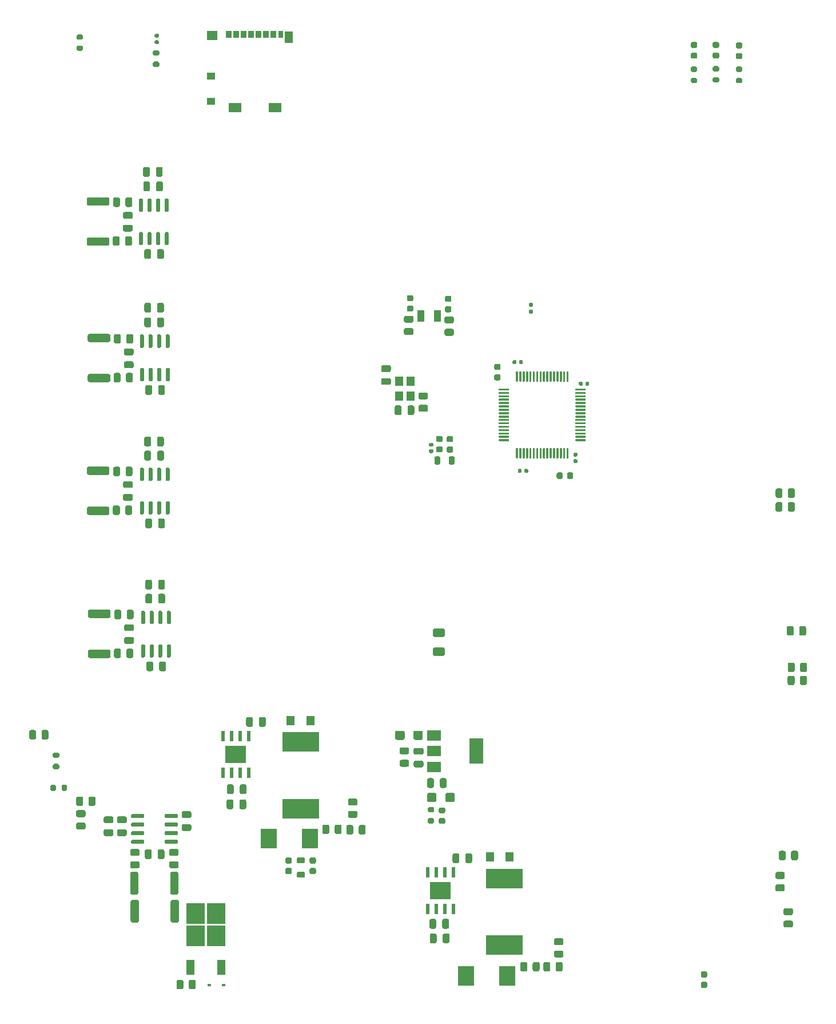
<source format=gtp>
%TF.GenerationSoftware,KiCad,Pcbnew,(5.1.10)-1*%
%TF.CreationDate,2021-09-21T14:48:15-05:00*%
%TF.ProjectId,SkidSteer_PCB,536b6964-5374-4656-9572-5f5043422e6b,rev?*%
%TF.SameCoordinates,Original*%
%TF.FileFunction,Paste,Top*%
%TF.FilePolarity,Positive*%
%FSLAX46Y46*%
G04 Gerber Fmt 4.6, Leading zero omitted, Abs format (unit mm)*
G04 Created by KiCad (PCBNEW (5.1.10)-1) date 2021-09-21 14:48:15*
%MOMM*%
%LPD*%
G01*
G04 APERTURE LIST*
%ADD10R,0.600000X1.550000*%
%ADD11R,3.100000X2.600000*%
%ADD12R,0.850000X1.100000*%
%ADD13R,0.750000X1.100000*%
%ADD14R,1.170000X1.800000*%
%ADD15R,1.550000X1.350000*%
%ADD16R,1.200000X1.000000*%
%ADD17R,1.900000X1.350000*%
%ADD18R,2.000000X1.500000*%
%ADD19R,2.000000X3.800000*%
%ADD20R,2.400000X2.900000*%
%ADD21R,1.300000X1.400000*%
%ADD22R,0.600000X0.450000*%
%ADD23R,5.400000X2.900000*%
%ADD24R,1.200000X2.200000*%
%ADD25R,2.750000X3.050000*%
%ADD26R,1.200000X1.400000*%
%ADD27R,1.000000X1.800000*%
G04 APERTURE END LIST*
%TO.C,C33*%
G36*
G01*
X99183000Y-77454000D02*
X98683000Y-77454000D01*
G75*
G02*
X98458000Y-77229000I0J225000D01*
G01*
X98458000Y-76779000D01*
G75*
G02*
X98683000Y-76554000I225000J0D01*
G01*
X99183000Y-76554000D01*
G75*
G02*
X99408000Y-76779000I0J-225000D01*
G01*
X99408000Y-77229000D01*
G75*
G02*
X99183000Y-77454000I-225000J0D01*
G01*
G37*
G36*
G01*
X99183000Y-79004000D02*
X98683000Y-79004000D01*
G75*
G02*
X98458000Y-78779000I0J225000D01*
G01*
X98458000Y-78329000D01*
G75*
G02*
X98683000Y-78104000I225000J0D01*
G01*
X99183000Y-78104000D01*
G75*
G02*
X99408000Y-78329000I0J-225000D01*
G01*
X99408000Y-78779000D01*
G75*
G02*
X99183000Y-79004000I-225000J0D01*
G01*
G37*
%TD*%
D10*
%TO.C,U5*%
X92401900Y-157207900D03*
X91131900Y-157207900D03*
X89861900Y-157207900D03*
X88591900Y-157207900D03*
X88591900Y-151807900D03*
X89861900Y-151807900D03*
X91131900Y-151807900D03*
X92401900Y-151807900D03*
D11*
X90496900Y-154507900D03*
%TD*%
%TO.C,C20*%
G36*
G01*
X93298100Y-149206900D02*
X93298100Y-150156900D01*
G75*
G02*
X93048100Y-150406900I-250000J0D01*
G01*
X92548100Y-150406900D01*
G75*
G02*
X92298100Y-150156900I0J250000D01*
G01*
X92298100Y-149206900D01*
G75*
G02*
X92548100Y-148956900I250000J0D01*
G01*
X93048100Y-148956900D01*
G75*
G02*
X93298100Y-149206900I0J-250000D01*
G01*
G37*
G36*
G01*
X95198100Y-149206900D02*
X95198100Y-150156900D01*
G75*
G02*
X94948100Y-150406900I-250000J0D01*
G01*
X94448100Y-150406900D01*
G75*
G02*
X94198100Y-150156900I0J250000D01*
G01*
X94198100Y-149206900D01*
G75*
G02*
X94448100Y-148956900I250000J0D01*
G01*
X94948100Y-148956900D01*
G75*
G02*
X95198100Y-149206900I0J-250000D01*
G01*
G37*
%TD*%
%TO.C,C19*%
G36*
G01*
X89879300Y-158910000D02*
X89879300Y-159860000D01*
G75*
G02*
X89629300Y-160110000I-250000J0D01*
G01*
X89129300Y-160110000D01*
G75*
G02*
X88879300Y-159860000I0J250000D01*
G01*
X88879300Y-158910000D01*
G75*
G02*
X89129300Y-158660000I250000J0D01*
G01*
X89629300Y-158660000D01*
G75*
G02*
X89879300Y-158910000I0J-250000D01*
G01*
G37*
G36*
G01*
X91779300Y-158910000D02*
X91779300Y-159860000D01*
G75*
G02*
X91529300Y-160110000I-250000J0D01*
G01*
X91029300Y-160110000D01*
G75*
G02*
X90779300Y-159860000I0J250000D01*
G01*
X90779300Y-158910000D01*
G75*
G02*
X91029300Y-158660000I250000J0D01*
G01*
X91529300Y-158660000D01*
G75*
G02*
X91779300Y-158910000I0J-250000D01*
G01*
G37*
%TD*%
D12*
%TO.C,J11*%
X59195000Y-27850000D03*
D13*
X66845000Y-27850000D03*
D12*
X60295000Y-27850000D03*
X61395000Y-27850000D03*
X62495000Y-27850000D03*
X63595000Y-27850000D03*
X64695000Y-27850000D03*
X65795000Y-27850000D03*
D14*
X68055000Y-28200000D03*
D15*
X56735000Y-27975000D03*
D16*
X56560000Y-37700000D03*
X56560000Y-34000000D03*
D17*
X60060000Y-38675000D03*
X66030000Y-38675000D03*
%TD*%
%TO.C,U3*%
G36*
G01*
X99130800Y-80428600D02*
X99130800Y-80278600D01*
G75*
G02*
X99205800Y-80203600I75000J0D01*
G01*
X100605800Y-80203600D01*
G75*
G02*
X100680800Y-80278600I0J-75000D01*
G01*
X100680800Y-80428600D01*
G75*
G02*
X100605800Y-80503600I-75000J0D01*
G01*
X99205800Y-80503600D01*
G75*
G02*
X99130800Y-80428600I0J75000D01*
G01*
G37*
G36*
G01*
X99130800Y-80928600D02*
X99130800Y-80778600D01*
G75*
G02*
X99205800Y-80703600I75000J0D01*
G01*
X100605800Y-80703600D01*
G75*
G02*
X100680800Y-80778600I0J-75000D01*
G01*
X100680800Y-80928600D01*
G75*
G02*
X100605800Y-81003600I-75000J0D01*
G01*
X99205800Y-81003600D01*
G75*
G02*
X99130800Y-80928600I0J75000D01*
G01*
G37*
G36*
G01*
X99130800Y-81428600D02*
X99130800Y-81278600D01*
G75*
G02*
X99205800Y-81203600I75000J0D01*
G01*
X100605800Y-81203600D01*
G75*
G02*
X100680800Y-81278600I0J-75000D01*
G01*
X100680800Y-81428600D01*
G75*
G02*
X100605800Y-81503600I-75000J0D01*
G01*
X99205800Y-81503600D01*
G75*
G02*
X99130800Y-81428600I0J75000D01*
G01*
G37*
G36*
G01*
X99130800Y-81928600D02*
X99130800Y-81778600D01*
G75*
G02*
X99205800Y-81703600I75000J0D01*
G01*
X100605800Y-81703600D01*
G75*
G02*
X100680800Y-81778600I0J-75000D01*
G01*
X100680800Y-81928600D01*
G75*
G02*
X100605800Y-82003600I-75000J0D01*
G01*
X99205800Y-82003600D01*
G75*
G02*
X99130800Y-81928600I0J75000D01*
G01*
G37*
G36*
G01*
X99130800Y-82428600D02*
X99130800Y-82278600D01*
G75*
G02*
X99205800Y-82203600I75000J0D01*
G01*
X100605800Y-82203600D01*
G75*
G02*
X100680800Y-82278600I0J-75000D01*
G01*
X100680800Y-82428600D01*
G75*
G02*
X100605800Y-82503600I-75000J0D01*
G01*
X99205800Y-82503600D01*
G75*
G02*
X99130800Y-82428600I0J75000D01*
G01*
G37*
G36*
G01*
X99130800Y-82928600D02*
X99130800Y-82778600D01*
G75*
G02*
X99205800Y-82703600I75000J0D01*
G01*
X100605800Y-82703600D01*
G75*
G02*
X100680800Y-82778600I0J-75000D01*
G01*
X100680800Y-82928600D01*
G75*
G02*
X100605800Y-83003600I-75000J0D01*
G01*
X99205800Y-83003600D01*
G75*
G02*
X99130800Y-82928600I0J75000D01*
G01*
G37*
G36*
G01*
X99130800Y-83428600D02*
X99130800Y-83278600D01*
G75*
G02*
X99205800Y-83203600I75000J0D01*
G01*
X100605800Y-83203600D01*
G75*
G02*
X100680800Y-83278600I0J-75000D01*
G01*
X100680800Y-83428600D01*
G75*
G02*
X100605800Y-83503600I-75000J0D01*
G01*
X99205800Y-83503600D01*
G75*
G02*
X99130800Y-83428600I0J75000D01*
G01*
G37*
G36*
G01*
X99130800Y-83928600D02*
X99130800Y-83778600D01*
G75*
G02*
X99205800Y-83703600I75000J0D01*
G01*
X100605800Y-83703600D01*
G75*
G02*
X100680800Y-83778600I0J-75000D01*
G01*
X100680800Y-83928600D01*
G75*
G02*
X100605800Y-84003600I-75000J0D01*
G01*
X99205800Y-84003600D01*
G75*
G02*
X99130800Y-83928600I0J75000D01*
G01*
G37*
G36*
G01*
X99130800Y-84428600D02*
X99130800Y-84278600D01*
G75*
G02*
X99205800Y-84203600I75000J0D01*
G01*
X100605800Y-84203600D01*
G75*
G02*
X100680800Y-84278600I0J-75000D01*
G01*
X100680800Y-84428600D01*
G75*
G02*
X100605800Y-84503600I-75000J0D01*
G01*
X99205800Y-84503600D01*
G75*
G02*
X99130800Y-84428600I0J75000D01*
G01*
G37*
G36*
G01*
X99130800Y-84928600D02*
X99130800Y-84778600D01*
G75*
G02*
X99205800Y-84703600I75000J0D01*
G01*
X100605800Y-84703600D01*
G75*
G02*
X100680800Y-84778600I0J-75000D01*
G01*
X100680800Y-84928600D01*
G75*
G02*
X100605800Y-85003600I-75000J0D01*
G01*
X99205800Y-85003600D01*
G75*
G02*
X99130800Y-84928600I0J75000D01*
G01*
G37*
G36*
G01*
X99130800Y-85428600D02*
X99130800Y-85278600D01*
G75*
G02*
X99205800Y-85203600I75000J0D01*
G01*
X100605800Y-85203600D01*
G75*
G02*
X100680800Y-85278600I0J-75000D01*
G01*
X100680800Y-85428600D01*
G75*
G02*
X100605800Y-85503600I-75000J0D01*
G01*
X99205800Y-85503600D01*
G75*
G02*
X99130800Y-85428600I0J75000D01*
G01*
G37*
G36*
G01*
X99130800Y-85928600D02*
X99130800Y-85778600D01*
G75*
G02*
X99205800Y-85703600I75000J0D01*
G01*
X100605800Y-85703600D01*
G75*
G02*
X100680800Y-85778600I0J-75000D01*
G01*
X100680800Y-85928600D01*
G75*
G02*
X100605800Y-86003600I-75000J0D01*
G01*
X99205800Y-86003600D01*
G75*
G02*
X99130800Y-85928600I0J75000D01*
G01*
G37*
G36*
G01*
X99130800Y-86428600D02*
X99130800Y-86278600D01*
G75*
G02*
X99205800Y-86203600I75000J0D01*
G01*
X100605800Y-86203600D01*
G75*
G02*
X100680800Y-86278600I0J-75000D01*
G01*
X100680800Y-86428600D01*
G75*
G02*
X100605800Y-86503600I-75000J0D01*
G01*
X99205800Y-86503600D01*
G75*
G02*
X99130800Y-86428600I0J75000D01*
G01*
G37*
G36*
G01*
X99130800Y-86928600D02*
X99130800Y-86778600D01*
G75*
G02*
X99205800Y-86703600I75000J0D01*
G01*
X100605800Y-86703600D01*
G75*
G02*
X100680800Y-86778600I0J-75000D01*
G01*
X100680800Y-86928600D01*
G75*
G02*
X100605800Y-87003600I-75000J0D01*
G01*
X99205800Y-87003600D01*
G75*
G02*
X99130800Y-86928600I0J75000D01*
G01*
G37*
G36*
G01*
X99130800Y-87428600D02*
X99130800Y-87278600D01*
G75*
G02*
X99205800Y-87203600I75000J0D01*
G01*
X100605800Y-87203600D01*
G75*
G02*
X100680800Y-87278600I0J-75000D01*
G01*
X100680800Y-87428600D01*
G75*
G02*
X100605800Y-87503600I-75000J0D01*
G01*
X99205800Y-87503600D01*
G75*
G02*
X99130800Y-87428600I0J75000D01*
G01*
G37*
G36*
G01*
X99130800Y-87928600D02*
X99130800Y-87778600D01*
G75*
G02*
X99205800Y-87703600I75000J0D01*
G01*
X100605800Y-87703600D01*
G75*
G02*
X100680800Y-87778600I0J-75000D01*
G01*
X100680800Y-87928600D01*
G75*
G02*
X100605800Y-88003600I-75000J0D01*
G01*
X99205800Y-88003600D01*
G75*
G02*
X99130800Y-87928600I0J75000D01*
G01*
G37*
G36*
G01*
X101680800Y-90478600D02*
X101680800Y-89078600D01*
G75*
G02*
X101755800Y-89003600I75000J0D01*
G01*
X101905800Y-89003600D01*
G75*
G02*
X101980800Y-89078600I0J-75000D01*
G01*
X101980800Y-90478600D01*
G75*
G02*
X101905800Y-90553600I-75000J0D01*
G01*
X101755800Y-90553600D01*
G75*
G02*
X101680800Y-90478600I0J75000D01*
G01*
G37*
G36*
G01*
X102180800Y-90478600D02*
X102180800Y-89078600D01*
G75*
G02*
X102255800Y-89003600I75000J0D01*
G01*
X102405800Y-89003600D01*
G75*
G02*
X102480800Y-89078600I0J-75000D01*
G01*
X102480800Y-90478600D01*
G75*
G02*
X102405800Y-90553600I-75000J0D01*
G01*
X102255800Y-90553600D01*
G75*
G02*
X102180800Y-90478600I0J75000D01*
G01*
G37*
G36*
G01*
X102680800Y-90478600D02*
X102680800Y-89078600D01*
G75*
G02*
X102755800Y-89003600I75000J0D01*
G01*
X102905800Y-89003600D01*
G75*
G02*
X102980800Y-89078600I0J-75000D01*
G01*
X102980800Y-90478600D01*
G75*
G02*
X102905800Y-90553600I-75000J0D01*
G01*
X102755800Y-90553600D01*
G75*
G02*
X102680800Y-90478600I0J75000D01*
G01*
G37*
G36*
G01*
X103180800Y-90478600D02*
X103180800Y-89078600D01*
G75*
G02*
X103255800Y-89003600I75000J0D01*
G01*
X103405800Y-89003600D01*
G75*
G02*
X103480800Y-89078600I0J-75000D01*
G01*
X103480800Y-90478600D01*
G75*
G02*
X103405800Y-90553600I-75000J0D01*
G01*
X103255800Y-90553600D01*
G75*
G02*
X103180800Y-90478600I0J75000D01*
G01*
G37*
G36*
G01*
X103680800Y-90478600D02*
X103680800Y-89078600D01*
G75*
G02*
X103755800Y-89003600I75000J0D01*
G01*
X103905800Y-89003600D01*
G75*
G02*
X103980800Y-89078600I0J-75000D01*
G01*
X103980800Y-90478600D01*
G75*
G02*
X103905800Y-90553600I-75000J0D01*
G01*
X103755800Y-90553600D01*
G75*
G02*
X103680800Y-90478600I0J75000D01*
G01*
G37*
G36*
G01*
X104180800Y-90478600D02*
X104180800Y-89078600D01*
G75*
G02*
X104255800Y-89003600I75000J0D01*
G01*
X104405800Y-89003600D01*
G75*
G02*
X104480800Y-89078600I0J-75000D01*
G01*
X104480800Y-90478600D01*
G75*
G02*
X104405800Y-90553600I-75000J0D01*
G01*
X104255800Y-90553600D01*
G75*
G02*
X104180800Y-90478600I0J75000D01*
G01*
G37*
G36*
G01*
X104680800Y-90478600D02*
X104680800Y-89078600D01*
G75*
G02*
X104755800Y-89003600I75000J0D01*
G01*
X104905800Y-89003600D01*
G75*
G02*
X104980800Y-89078600I0J-75000D01*
G01*
X104980800Y-90478600D01*
G75*
G02*
X104905800Y-90553600I-75000J0D01*
G01*
X104755800Y-90553600D01*
G75*
G02*
X104680800Y-90478600I0J75000D01*
G01*
G37*
G36*
G01*
X105180800Y-90478600D02*
X105180800Y-89078600D01*
G75*
G02*
X105255800Y-89003600I75000J0D01*
G01*
X105405800Y-89003600D01*
G75*
G02*
X105480800Y-89078600I0J-75000D01*
G01*
X105480800Y-90478600D01*
G75*
G02*
X105405800Y-90553600I-75000J0D01*
G01*
X105255800Y-90553600D01*
G75*
G02*
X105180800Y-90478600I0J75000D01*
G01*
G37*
G36*
G01*
X105680800Y-90478600D02*
X105680800Y-89078600D01*
G75*
G02*
X105755800Y-89003600I75000J0D01*
G01*
X105905800Y-89003600D01*
G75*
G02*
X105980800Y-89078600I0J-75000D01*
G01*
X105980800Y-90478600D01*
G75*
G02*
X105905800Y-90553600I-75000J0D01*
G01*
X105755800Y-90553600D01*
G75*
G02*
X105680800Y-90478600I0J75000D01*
G01*
G37*
G36*
G01*
X106180800Y-90478600D02*
X106180800Y-89078600D01*
G75*
G02*
X106255800Y-89003600I75000J0D01*
G01*
X106405800Y-89003600D01*
G75*
G02*
X106480800Y-89078600I0J-75000D01*
G01*
X106480800Y-90478600D01*
G75*
G02*
X106405800Y-90553600I-75000J0D01*
G01*
X106255800Y-90553600D01*
G75*
G02*
X106180800Y-90478600I0J75000D01*
G01*
G37*
G36*
G01*
X106680800Y-90478600D02*
X106680800Y-89078600D01*
G75*
G02*
X106755800Y-89003600I75000J0D01*
G01*
X106905800Y-89003600D01*
G75*
G02*
X106980800Y-89078600I0J-75000D01*
G01*
X106980800Y-90478600D01*
G75*
G02*
X106905800Y-90553600I-75000J0D01*
G01*
X106755800Y-90553600D01*
G75*
G02*
X106680800Y-90478600I0J75000D01*
G01*
G37*
G36*
G01*
X107180800Y-90478600D02*
X107180800Y-89078600D01*
G75*
G02*
X107255800Y-89003600I75000J0D01*
G01*
X107405800Y-89003600D01*
G75*
G02*
X107480800Y-89078600I0J-75000D01*
G01*
X107480800Y-90478600D01*
G75*
G02*
X107405800Y-90553600I-75000J0D01*
G01*
X107255800Y-90553600D01*
G75*
G02*
X107180800Y-90478600I0J75000D01*
G01*
G37*
G36*
G01*
X107680800Y-90478600D02*
X107680800Y-89078600D01*
G75*
G02*
X107755800Y-89003600I75000J0D01*
G01*
X107905800Y-89003600D01*
G75*
G02*
X107980800Y-89078600I0J-75000D01*
G01*
X107980800Y-90478600D01*
G75*
G02*
X107905800Y-90553600I-75000J0D01*
G01*
X107755800Y-90553600D01*
G75*
G02*
X107680800Y-90478600I0J75000D01*
G01*
G37*
G36*
G01*
X108180800Y-90478600D02*
X108180800Y-89078600D01*
G75*
G02*
X108255800Y-89003600I75000J0D01*
G01*
X108405800Y-89003600D01*
G75*
G02*
X108480800Y-89078600I0J-75000D01*
G01*
X108480800Y-90478600D01*
G75*
G02*
X108405800Y-90553600I-75000J0D01*
G01*
X108255800Y-90553600D01*
G75*
G02*
X108180800Y-90478600I0J75000D01*
G01*
G37*
G36*
G01*
X108680800Y-90478600D02*
X108680800Y-89078600D01*
G75*
G02*
X108755800Y-89003600I75000J0D01*
G01*
X108905800Y-89003600D01*
G75*
G02*
X108980800Y-89078600I0J-75000D01*
G01*
X108980800Y-90478600D01*
G75*
G02*
X108905800Y-90553600I-75000J0D01*
G01*
X108755800Y-90553600D01*
G75*
G02*
X108680800Y-90478600I0J75000D01*
G01*
G37*
G36*
G01*
X109180800Y-90478600D02*
X109180800Y-89078600D01*
G75*
G02*
X109255800Y-89003600I75000J0D01*
G01*
X109405800Y-89003600D01*
G75*
G02*
X109480800Y-89078600I0J-75000D01*
G01*
X109480800Y-90478600D01*
G75*
G02*
X109405800Y-90553600I-75000J0D01*
G01*
X109255800Y-90553600D01*
G75*
G02*
X109180800Y-90478600I0J75000D01*
G01*
G37*
G36*
G01*
X110480800Y-87928600D02*
X110480800Y-87778600D01*
G75*
G02*
X110555800Y-87703600I75000J0D01*
G01*
X111955800Y-87703600D01*
G75*
G02*
X112030800Y-87778600I0J-75000D01*
G01*
X112030800Y-87928600D01*
G75*
G02*
X111955800Y-88003600I-75000J0D01*
G01*
X110555800Y-88003600D01*
G75*
G02*
X110480800Y-87928600I0J75000D01*
G01*
G37*
G36*
G01*
X110480800Y-87428600D02*
X110480800Y-87278600D01*
G75*
G02*
X110555800Y-87203600I75000J0D01*
G01*
X111955800Y-87203600D01*
G75*
G02*
X112030800Y-87278600I0J-75000D01*
G01*
X112030800Y-87428600D01*
G75*
G02*
X111955800Y-87503600I-75000J0D01*
G01*
X110555800Y-87503600D01*
G75*
G02*
X110480800Y-87428600I0J75000D01*
G01*
G37*
G36*
G01*
X110480800Y-86928600D02*
X110480800Y-86778600D01*
G75*
G02*
X110555800Y-86703600I75000J0D01*
G01*
X111955800Y-86703600D01*
G75*
G02*
X112030800Y-86778600I0J-75000D01*
G01*
X112030800Y-86928600D01*
G75*
G02*
X111955800Y-87003600I-75000J0D01*
G01*
X110555800Y-87003600D01*
G75*
G02*
X110480800Y-86928600I0J75000D01*
G01*
G37*
G36*
G01*
X110480800Y-86428600D02*
X110480800Y-86278600D01*
G75*
G02*
X110555800Y-86203600I75000J0D01*
G01*
X111955800Y-86203600D01*
G75*
G02*
X112030800Y-86278600I0J-75000D01*
G01*
X112030800Y-86428600D01*
G75*
G02*
X111955800Y-86503600I-75000J0D01*
G01*
X110555800Y-86503600D01*
G75*
G02*
X110480800Y-86428600I0J75000D01*
G01*
G37*
G36*
G01*
X110480800Y-85928600D02*
X110480800Y-85778600D01*
G75*
G02*
X110555800Y-85703600I75000J0D01*
G01*
X111955800Y-85703600D01*
G75*
G02*
X112030800Y-85778600I0J-75000D01*
G01*
X112030800Y-85928600D01*
G75*
G02*
X111955800Y-86003600I-75000J0D01*
G01*
X110555800Y-86003600D01*
G75*
G02*
X110480800Y-85928600I0J75000D01*
G01*
G37*
G36*
G01*
X110480800Y-85428600D02*
X110480800Y-85278600D01*
G75*
G02*
X110555800Y-85203600I75000J0D01*
G01*
X111955800Y-85203600D01*
G75*
G02*
X112030800Y-85278600I0J-75000D01*
G01*
X112030800Y-85428600D01*
G75*
G02*
X111955800Y-85503600I-75000J0D01*
G01*
X110555800Y-85503600D01*
G75*
G02*
X110480800Y-85428600I0J75000D01*
G01*
G37*
G36*
G01*
X110480800Y-84928600D02*
X110480800Y-84778600D01*
G75*
G02*
X110555800Y-84703600I75000J0D01*
G01*
X111955800Y-84703600D01*
G75*
G02*
X112030800Y-84778600I0J-75000D01*
G01*
X112030800Y-84928600D01*
G75*
G02*
X111955800Y-85003600I-75000J0D01*
G01*
X110555800Y-85003600D01*
G75*
G02*
X110480800Y-84928600I0J75000D01*
G01*
G37*
G36*
G01*
X110480800Y-84428600D02*
X110480800Y-84278600D01*
G75*
G02*
X110555800Y-84203600I75000J0D01*
G01*
X111955800Y-84203600D01*
G75*
G02*
X112030800Y-84278600I0J-75000D01*
G01*
X112030800Y-84428600D01*
G75*
G02*
X111955800Y-84503600I-75000J0D01*
G01*
X110555800Y-84503600D01*
G75*
G02*
X110480800Y-84428600I0J75000D01*
G01*
G37*
G36*
G01*
X110480800Y-83928600D02*
X110480800Y-83778600D01*
G75*
G02*
X110555800Y-83703600I75000J0D01*
G01*
X111955800Y-83703600D01*
G75*
G02*
X112030800Y-83778600I0J-75000D01*
G01*
X112030800Y-83928600D01*
G75*
G02*
X111955800Y-84003600I-75000J0D01*
G01*
X110555800Y-84003600D01*
G75*
G02*
X110480800Y-83928600I0J75000D01*
G01*
G37*
G36*
G01*
X110480800Y-83428600D02*
X110480800Y-83278600D01*
G75*
G02*
X110555800Y-83203600I75000J0D01*
G01*
X111955800Y-83203600D01*
G75*
G02*
X112030800Y-83278600I0J-75000D01*
G01*
X112030800Y-83428600D01*
G75*
G02*
X111955800Y-83503600I-75000J0D01*
G01*
X110555800Y-83503600D01*
G75*
G02*
X110480800Y-83428600I0J75000D01*
G01*
G37*
G36*
G01*
X110480800Y-82928600D02*
X110480800Y-82778600D01*
G75*
G02*
X110555800Y-82703600I75000J0D01*
G01*
X111955800Y-82703600D01*
G75*
G02*
X112030800Y-82778600I0J-75000D01*
G01*
X112030800Y-82928600D01*
G75*
G02*
X111955800Y-83003600I-75000J0D01*
G01*
X110555800Y-83003600D01*
G75*
G02*
X110480800Y-82928600I0J75000D01*
G01*
G37*
G36*
G01*
X110480800Y-82428600D02*
X110480800Y-82278600D01*
G75*
G02*
X110555800Y-82203600I75000J0D01*
G01*
X111955800Y-82203600D01*
G75*
G02*
X112030800Y-82278600I0J-75000D01*
G01*
X112030800Y-82428600D01*
G75*
G02*
X111955800Y-82503600I-75000J0D01*
G01*
X110555800Y-82503600D01*
G75*
G02*
X110480800Y-82428600I0J75000D01*
G01*
G37*
G36*
G01*
X110480800Y-81928600D02*
X110480800Y-81778600D01*
G75*
G02*
X110555800Y-81703600I75000J0D01*
G01*
X111955800Y-81703600D01*
G75*
G02*
X112030800Y-81778600I0J-75000D01*
G01*
X112030800Y-81928600D01*
G75*
G02*
X111955800Y-82003600I-75000J0D01*
G01*
X110555800Y-82003600D01*
G75*
G02*
X110480800Y-81928600I0J75000D01*
G01*
G37*
G36*
G01*
X110480800Y-81428600D02*
X110480800Y-81278600D01*
G75*
G02*
X110555800Y-81203600I75000J0D01*
G01*
X111955800Y-81203600D01*
G75*
G02*
X112030800Y-81278600I0J-75000D01*
G01*
X112030800Y-81428600D01*
G75*
G02*
X111955800Y-81503600I-75000J0D01*
G01*
X110555800Y-81503600D01*
G75*
G02*
X110480800Y-81428600I0J75000D01*
G01*
G37*
G36*
G01*
X110480800Y-80928600D02*
X110480800Y-80778600D01*
G75*
G02*
X110555800Y-80703600I75000J0D01*
G01*
X111955800Y-80703600D01*
G75*
G02*
X112030800Y-80778600I0J-75000D01*
G01*
X112030800Y-80928600D01*
G75*
G02*
X111955800Y-81003600I-75000J0D01*
G01*
X110555800Y-81003600D01*
G75*
G02*
X110480800Y-80928600I0J75000D01*
G01*
G37*
G36*
G01*
X110480800Y-80428600D02*
X110480800Y-80278600D01*
G75*
G02*
X110555800Y-80203600I75000J0D01*
G01*
X111955800Y-80203600D01*
G75*
G02*
X112030800Y-80278600I0J-75000D01*
G01*
X112030800Y-80428600D01*
G75*
G02*
X111955800Y-80503600I-75000J0D01*
G01*
X110555800Y-80503600D01*
G75*
G02*
X110480800Y-80428600I0J75000D01*
G01*
G37*
G36*
G01*
X109180800Y-79128600D02*
X109180800Y-77728600D01*
G75*
G02*
X109255800Y-77653600I75000J0D01*
G01*
X109405800Y-77653600D01*
G75*
G02*
X109480800Y-77728600I0J-75000D01*
G01*
X109480800Y-79128600D01*
G75*
G02*
X109405800Y-79203600I-75000J0D01*
G01*
X109255800Y-79203600D01*
G75*
G02*
X109180800Y-79128600I0J75000D01*
G01*
G37*
G36*
G01*
X108680800Y-79128600D02*
X108680800Y-77728600D01*
G75*
G02*
X108755800Y-77653600I75000J0D01*
G01*
X108905800Y-77653600D01*
G75*
G02*
X108980800Y-77728600I0J-75000D01*
G01*
X108980800Y-79128600D01*
G75*
G02*
X108905800Y-79203600I-75000J0D01*
G01*
X108755800Y-79203600D01*
G75*
G02*
X108680800Y-79128600I0J75000D01*
G01*
G37*
G36*
G01*
X108180800Y-79128600D02*
X108180800Y-77728600D01*
G75*
G02*
X108255800Y-77653600I75000J0D01*
G01*
X108405800Y-77653600D01*
G75*
G02*
X108480800Y-77728600I0J-75000D01*
G01*
X108480800Y-79128600D01*
G75*
G02*
X108405800Y-79203600I-75000J0D01*
G01*
X108255800Y-79203600D01*
G75*
G02*
X108180800Y-79128600I0J75000D01*
G01*
G37*
G36*
G01*
X107680800Y-79128600D02*
X107680800Y-77728600D01*
G75*
G02*
X107755800Y-77653600I75000J0D01*
G01*
X107905800Y-77653600D01*
G75*
G02*
X107980800Y-77728600I0J-75000D01*
G01*
X107980800Y-79128600D01*
G75*
G02*
X107905800Y-79203600I-75000J0D01*
G01*
X107755800Y-79203600D01*
G75*
G02*
X107680800Y-79128600I0J75000D01*
G01*
G37*
G36*
G01*
X107180800Y-79128600D02*
X107180800Y-77728600D01*
G75*
G02*
X107255800Y-77653600I75000J0D01*
G01*
X107405800Y-77653600D01*
G75*
G02*
X107480800Y-77728600I0J-75000D01*
G01*
X107480800Y-79128600D01*
G75*
G02*
X107405800Y-79203600I-75000J0D01*
G01*
X107255800Y-79203600D01*
G75*
G02*
X107180800Y-79128600I0J75000D01*
G01*
G37*
G36*
G01*
X106680800Y-79128600D02*
X106680800Y-77728600D01*
G75*
G02*
X106755800Y-77653600I75000J0D01*
G01*
X106905800Y-77653600D01*
G75*
G02*
X106980800Y-77728600I0J-75000D01*
G01*
X106980800Y-79128600D01*
G75*
G02*
X106905800Y-79203600I-75000J0D01*
G01*
X106755800Y-79203600D01*
G75*
G02*
X106680800Y-79128600I0J75000D01*
G01*
G37*
G36*
G01*
X106180800Y-79128600D02*
X106180800Y-77728600D01*
G75*
G02*
X106255800Y-77653600I75000J0D01*
G01*
X106405800Y-77653600D01*
G75*
G02*
X106480800Y-77728600I0J-75000D01*
G01*
X106480800Y-79128600D01*
G75*
G02*
X106405800Y-79203600I-75000J0D01*
G01*
X106255800Y-79203600D01*
G75*
G02*
X106180800Y-79128600I0J75000D01*
G01*
G37*
G36*
G01*
X105680800Y-79128600D02*
X105680800Y-77728600D01*
G75*
G02*
X105755800Y-77653600I75000J0D01*
G01*
X105905800Y-77653600D01*
G75*
G02*
X105980800Y-77728600I0J-75000D01*
G01*
X105980800Y-79128600D01*
G75*
G02*
X105905800Y-79203600I-75000J0D01*
G01*
X105755800Y-79203600D01*
G75*
G02*
X105680800Y-79128600I0J75000D01*
G01*
G37*
G36*
G01*
X105180800Y-79128600D02*
X105180800Y-77728600D01*
G75*
G02*
X105255800Y-77653600I75000J0D01*
G01*
X105405800Y-77653600D01*
G75*
G02*
X105480800Y-77728600I0J-75000D01*
G01*
X105480800Y-79128600D01*
G75*
G02*
X105405800Y-79203600I-75000J0D01*
G01*
X105255800Y-79203600D01*
G75*
G02*
X105180800Y-79128600I0J75000D01*
G01*
G37*
G36*
G01*
X104680800Y-79128600D02*
X104680800Y-77728600D01*
G75*
G02*
X104755800Y-77653600I75000J0D01*
G01*
X104905800Y-77653600D01*
G75*
G02*
X104980800Y-77728600I0J-75000D01*
G01*
X104980800Y-79128600D01*
G75*
G02*
X104905800Y-79203600I-75000J0D01*
G01*
X104755800Y-79203600D01*
G75*
G02*
X104680800Y-79128600I0J75000D01*
G01*
G37*
G36*
G01*
X104180800Y-79128600D02*
X104180800Y-77728600D01*
G75*
G02*
X104255800Y-77653600I75000J0D01*
G01*
X104405800Y-77653600D01*
G75*
G02*
X104480800Y-77728600I0J-75000D01*
G01*
X104480800Y-79128600D01*
G75*
G02*
X104405800Y-79203600I-75000J0D01*
G01*
X104255800Y-79203600D01*
G75*
G02*
X104180800Y-79128600I0J75000D01*
G01*
G37*
G36*
G01*
X103680800Y-79128600D02*
X103680800Y-77728600D01*
G75*
G02*
X103755800Y-77653600I75000J0D01*
G01*
X103905800Y-77653600D01*
G75*
G02*
X103980800Y-77728600I0J-75000D01*
G01*
X103980800Y-79128600D01*
G75*
G02*
X103905800Y-79203600I-75000J0D01*
G01*
X103755800Y-79203600D01*
G75*
G02*
X103680800Y-79128600I0J75000D01*
G01*
G37*
G36*
G01*
X103180800Y-79128600D02*
X103180800Y-77728600D01*
G75*
G02*
X103255800Y-77653600I75000J0D01*
G01*
X103405800Y-77653600D01*
G75*
G02*
X103480800Y-77728600I0J-75000D01*
G01*
X103480800Y-79128600D01*
G75*
G02*
X103405800Y-79203600I-75000J0D01*
G01*
X103255800Y-79203600D01*
G75*
G02*
X103180800Y-79128600I0J75000D01*
G01*
G37*
G36*
G01*
X102680800Y-79128600D02*
X102680800Y-77728600D01*
G75*
G02*
X102755800Y-77653600I75000J0D01*
G01*
X102905800Y-77653600D01*
G75*
G02*
X102980800Y-77728600I0J-75000D01*
G01*
X102980800Y-79128600D01*
G75*
G02*
X102905800Y-79203600I-75000J0D01*
G01*
X102755800Y-79203600D01*
G75*
G02*
X102680800Y-79128600I0J75000D01*
G01*
G37*
G36*
G01*
X102180800Y-79128600D02*
X102180800Y-77728600D01*
G75*
G02*
X102255800Y-77653600I75000J0D01*
G01*
X102405800Y-77653600D01*
G75*
G02*
X102480800Y-77728600I0J-75000D01*
G01*
X102480800Y-79128600D01*
G75*
G02*
X102405800Y-79203600I-75000J0D01*
G01*
X102255800Y-79203600D01*
G75*
G02*
X102180800Y-79128600I0J75000D01*
G01*
G37*
G36*
G01*
X101680800Y-79128600D02*
X101680800Y-77728600D01*
G75*
G02*
X101755800Y-77653600I75000J0D01*
G01*
X101905800Y-77653600D01*
G75*
G02*
X101980800Y-77728600I0J-75000D01*
G01*
X101980800Y-79128600D01*
G75*
G02*
X101905800Y-79203600I-75000J0D01*
G01*
X101755800Y-79203600D01*
G75*
G02*
X101680800Y-79128600I0J75000D01*
G01*
G37*
%TD*%
%TO.C,C38*%
G36*
G01*
X109258600Y-93345200D02*
X109258600Y-92845200D01*
G75*
G02*
X109483600Y-92620200I225000J0D01*
G01*
X109933600Y-92620200D01*
G75*
G02*
X110158600Y-92845200I0J-225000D01*
G01*
X110158600Y-93345200D01*
G75*
G02*
X109933600Y-93570200I-225000J0D01*
G01*
X109483600Y-93570200D01*
G75*
G02*
X109258600Y-93345200I0J225000D01*
G01*
G37*
G36*
G01*
X107708600Y-93345200D02*
X107708600Y-92845200D01*
G75*
G02*
X107933600Y-92620200I225000J0D01*
G01*
X108383600Y-92620200D01*
G75*
G02*
X108608600Y-92845200I0J-225000D01*
G01*
X108608600Y-93345200D01*
G75*
G02*
X108383600Y-93570200I-225000J0D01*
G01*
X107933600Y-93570200D01*
G75*
G02*
X107708600Y-93345200I0J225000D01*
G01*
G37*
%TD*%
%TO.C,C24*%
G36*
G01*
X92148600Y-88136000D02*
X91648600Y-88136000D01*
G75*
G02*
X91423600Y-87911000I0J225000D01*
G01*
X91423600Y-87461000D01*
G75*
G02*
X91648600Y-87236000I225000J0D01*
G01*
X92148600Y-87236000D01*
G75*
G02*
X92373600Y-87461000I0J-225000D01*
G01*
X92373600Y-87911000D01*
G75*
G02*
X92148600Y-88136000I-225000J0D01*
G01*
G37*
G36*
G01*
X92148600Y-89686000D02*
X91648600Y-89686000D01*
G75*
G02*
X91423600Y-89461000I0J225000D01*
G01*
X91423600Y-89011000D01*
G75*
G02*
X91648600Y-88786000I225000J0D01*
G01*
X92148600Y-88786000D01*
G75*
G02*
X92373600Y-89011000I0J-225000D01*
G01*
X92373600Y-89461000D01*
G75*
G02*
X92148600Y-89686000I-225000J0D01*
G01*
G37*
%TD*%
%TO.C,C26*%
G36*
G01*
X89945300Y-161069000D02*
X89945300Y-162019000D01*
G75*
G02*
X89695300Y-162269000I-250000J0D01*
G01*
X89195300Y-162269000D01*
G75*
G02*
X88945300Y-162019000I0J250000D01*
G01*
X88945300Y-161069000D01*
G75*
G02*
X89195300Y-160819000I250000J0D01*
G01*
X89695300Y-160819000D01*
G75*
G02*
X89945300Y-161069000I0J-250000D01*
G01*
G37*
G36*
G01*
X91845300Y-161069000D02*
X91845300Y-162019000D01*
G75*
G02*
X91595300Y-162269000I-250000J0D01*
G01*
X91095300Y-162269000D01*
G75*
G02*
X90845300Y-162019000I0J250000D01*
G01*
X90845300Y-161069000D01*
G75*
G02*
X91095300Y-160819000I250000J0D01*
G01*
X91595300Y-160819000D01*
G75*
G02*
X91845300Y-161069000I0J-250000D01*
G01*
G37*
%TD*%
%TO.C,D2*%
G36*
G01*
X127794730Y-30526820D02*
X128307230Y-30526820D01*
G75*
G02*
X128525980Y-30745570I0J-218750D01*
G01*
X128525980Y-31183070D01*
G75*
G02*
X128307230Y-31401820I-218750J0D01*
G01*
X127794730Y-31401820D01*
G75*
G02*
X127575980Y-31183070I0J218750D01*
G01*
X127575980Y-30745570D01*
G75*
G02*
X127794730Y-30526820I218750J0D01*
G01*
G37*
G36*
G01*
X127794730Y-28951820D02*
X128307230Y-28951820D01*
G75*
G02*
X128525980Y-29170570I0J-218750D01*
G01*
X128525980Y-29608070D01*
G75*
G02*
X128307230Y-29826820I-218750J0D01*
G01*
X127794730Y-29826820D01*
G75*
G02*
X127575980Y-29608070I0J218750D01*
G01*
X127575980Y-29170570D01*
G75*
G02*
X127794730Y-28951820I218750J0D01*
G01*
G37*
%TD*%
%TO.C,D1*%
G36*
G01*
X90477850Y-143732100D02*
X90990350Y-143732100D01*
G75*
G02*
X91209100Y-143950850I0J-218750D01*
G01*
X91209100Y-144388350D01*
G75*
G02*
X90990350Y-144607100I-218750J0D01*
G01*
X90477850Y-144607100D01*
G75*
G02*
X90259100Y-144388350I0J218750D01*
G01*
X90259100Y-143950850D01*
G75*
G02*
X90477850Y-143732100I218750J0D01*
G01*
G37*
G36*
G01*
X90477850Y-142157100D02*
X90990350Y-142157100D01*
G75*
G02*
X91209100Y-142375850I0J-218750D01*
G01*
X91209100Y-142813350D01*
G75*
G02*
X90990350Y-143032100I-218750J0D01*
G01*
X90477850Y-143032100D01*
G75*
G02*
X90259100Y-142813350I0J218750D01*
G01*
X90259100Y-142375850D01*
G75*
G02*
X90477850Y-142157100I218750J0D01*
G01*
G37*
%TD*%
%TO.C,R6*%
G36*
G01*
X50554500Y-158946900D02*
X50554500Y-156096900D01*
G75*
G02*
X50804500Y-155846900I250000J0D01*
G01*
X51529500Y-155846900D01*
G75*
G02*
X51779500Y-156096900I0J-250000D01*
G01*
X51779500Y-158946900D01*
G75*
G02*
X51529500Y-159196900I-250000J0D01*
G01*
X50804500Y-159196900D01*
G75*
G02*
X50554500Y-158946900I0J250000D01*
G01*
G37*
G36*
G01*
X44629500Y-158946900D02*
X44629500Y-156096900D01*
G75*
G02*
X44879500Y-155846900I250000J0D01*
G01*
X45604500Y-155846900D01*
G75*
G02*
X45854500Y-156096900I0J-250000D01*
G01*
X45854500Y-158946900D01*
G75*
G02*
X45604500Y-159196900I-250000J0D01*
G01*
X44879500Y-159196900D01*
G75*
G02*
X44629500Y-158946900I0J250000D01*
G01*
G37*
%TD*%
%TO.C,C1*%
G36*
G01*
X43743480Y-54088680D02*
X44693480Y-54088680D01*
G75*
G02*
X44943480Y-54338680I0J-250000D01*
G01*
X44943480Y-54838680D01*
G75*
G02*
X44693480Y-55088680I-250000J0D01*
G01*
X43743480Y-55088680D01*
G75*
G02*
X43493480Y-54838680I0J250000D01*
G01*
X43493480Y-54338680D01*
G75*
G02*
X43743480Y-54088680I250000J0D01*
G01*
G37*
G36*
G01*
X43743480Y-55988680D02*
X44693480Y-55988680D01*
G75*
G02*
X44943480Y-56238680I0J-250000D01*
G01*
X44943480Y-56738680D01*
G75*
G02*
X44693480Y-56988680I-250000J0D01*
G01*
X43743480Y-56988680D01*
G75*
G02*
X43493480Y-56738680I0J250000D01*
G01*
X43493480Y-56238680D01*
G75*
G02*
X43743480Y-55988680I250000J0D01*
G01*
G37*
%TD*%
%TO.C,C2*%
G36*
G01*
X47654680Y-59838880D02*
X47654680Y-60788880D01*
G75*
G02*
X47404680Y-61038880I-250000J0D01*
G01*
X46904680Y-61038880D01*
G75*
G02*
X46654680Y-60788880I0J250000D01*
G01*
X46654680Y-59838880D01*
G75*
G02*
X46904680Y-59588880I250000J0D01*
G01*
X47404680Y-59588880D01*
G75*
G02*
X47654680Y-59838880I0J-250000D01*
G01*
G37*
G36*
G01*
X49554680Y-59838880D02*
X49554680Y-60788880D01*
G75*
G02*
X49304680Y-61038880I-250000J0D01*
G01*
X48804680Y-61038880D01*
G75*
G02*
X48554680Y-60788880I0J250000D01*
G01*
X48554680Y-59838880D01*
G75*
G02*
X48804680Y-59588880I250000J0D01*
G01*
X49304680Y-59588880D01*
G75*
G02*
X49554680Y-59838880I0J-250000D01*
G01*
G37*
%TD*%
%TO.C,C3*%
G36*
G01*
X47477000Y-47679000D02*
X47477000Y-48629000D01*
G75*
G02*
X47227000Y-48879000I-250000J0D01*
G01*
X46727000Y-48879000D01*
G75*
G02*
X46477000Y-48629000I0J250000D01*
G01*
X46477000Y-47679000D01*
G75*
G02*
X46727000Y-47429000I250000J0D01*
G01*
X47227000Y-47429000D01*
G75*
G02*
X47477000Y-47679000I0J-250000D01*
G01*
G37*
G36*
G01*
X49377000Y-47679000D02*
X49377000Y-48629000D01*
G75*
G02*
X49127000Y-48879000I-250000J0D01*
G01*
X48627000Y-48879000D01*
G75*
G02*
X48377000Y-48629000I0J250000D01*
G01*
X48377000Y-47679000D01*
G75*
G02*
X48627000Y-47429000I250000J0D01*
G01*
X49127000Y-47429000D01*
G75*
G02*
X49377000Y-47679000I0J-250000D01*
G01*
G37*
%TD*%
%TO.C,C4*%
G36*
G01*
X47502280Y-49831280D02*
X47502280Y-50781280D01*
G75*
G02*
X47252280Y-51031280I-250000J0D01*
G01*
X46752280Y-51031280D01*
G75*
G02*
X46502280Y-50781280I0J250000D01*
G01*
X46502280Y-49831280D01*
G75*
G02*
X46752280Y-49581280I250000J0D01*
G01*
X47252280Y-49581280D01*
G75*
G02*
X47502280Y-49831280I0J-250000D01*
G01*
G37*
G36*
G01*
X49402280Y-49831280D02*
X49402280Y-50781280D01*
G75*
G02*
X49152280Y-51031280I-250000J0D01*
G01*
X48652280Y-51031280D01*
G75*
G02*
X48402280Y-50781280I0J250000D01*
G01*
X48402280Y-49831280D01*
G75*
G02*
X48652280Y-49581280I250000J0D01*
G01*
X49152280Y-49581280D01*
G75*
G02*
X49402280Y-49831280I0J-250000D01*
G01*
G37*
%TD*%
%TO.C,C6*%
G36*
G01*
X59894800Y-139000000D02*
X59894800Y-139950000D01*
G75*
G02*
X59644800Y-140200000I-250000J0D01*
G01*
X59144800Y-140200000D01*
G75*
G02*
X58894800Y-139950000I0J250000D01*
G01*
X58894800Y-139000000D01*
G75*
G02*
X59144800Y-138750000I250000J0D01*
G01*
X59644800Y-138750000D01*
G75*
G02*
X59894800Y-139000000I0J-250000D01*
G01*
G37*
G36*
G01*
X61794800Y-139000000D02*
X61794800Y-139950000D01*
G75*
G02*
X61544800Y-140200000I-250000J0D01*
G01*
X61044800Y-140200000D01*
G75*
G02*
X60794800Y-139950000I0J250000D01*
G01*
X60794800Y-139000000D01*
G75*
G02*
X61044800Y-138750000I250000J0D01*
G01*
X61544800Y-138750000D01*
G75*
G02*
X61794800Y-139000000I0J-250000D01*
G01*
G37*
%TD*%
%TO.C,C8*%
G36*
G01*
X64639600Y-129043200D02*
X64639600Y-129993200D01*
G75*
G02*
X64389600Y-130243200I-250000J0D01*
G01*
X63889600Y-130243200D01*
G75*
G02*
X63639600Y-129993200I0J250000D01*
G01*
X63639600Y-129043200D01*
G75*
G02*
X63889600Y-128793200I250000J0D01*
G01*
X64389600Y-128793200D01*
G75*
G02*
X64639600Y-129043200I0J-250000D01*
G01*
G37*
G36*
G01*
X62739600Y-129043200D02*
X62739600Y-129993200D01*
G75*
G02*
X62489600Y-130243200I-250000J0D01*
G01*
X61989600Y-130243200D01*
G75*
G02*
X61739600Y-129993200I0J250000D01*
G01*
X61739600Y-129043200D01*
G75*
G02*
X61989600Y-128793200I250000J0D01*
G01*
X62489600Y-128793200D01*
G75*
G02*
X62739600Y-129043200I0J-250000D01*
G01*
G37*
%TD*%
%TO.C,C9*%
G36*
G01*
X82925000Y-77760800D02*
X81975000Y-77760800D01*
G75*
G02*
X81725000Y-77510800I0J250000D01*
G01*
X81725000Y-77010800D01*
G75*
G02*
X81975000Y-76760800I250000J0D01*
G01*
X82925000Y-76760800D01*
G75*
G02*
X83175000Y-77010800I0J-250000D01*
G01*
X83175000Y-77510800D01*
G75*
G02*
X82925000Y-77760800I-250000J0D01*
G01*
G37*
G36*
G01*
X82925000Y-79660800D02*
X81975000Y-79660800D01*
G75*
G02*
X81725000Y-79410800I0J250000D01*
G01*
X81725000Y-78910800D01*
G75*
G02*
X81975000Y-78660800I250000J0D01*
G01*
X82925000Y-78660800D01*
G75*
G02*
X83175000Y-78910800I0J-250000D01*
G01*
X83175000Y-79410800D01*
G75*
G02*
X82925000Y-79660800I-250000J0D01*
G01*
G37*
%TD*%
%TO.C,C13*%
G36*
G01*
X84734600Y-82942800D02*
X84734600Y-83892800D01*
G75*
G02*
X84484600Y-84142800I-250000J0D01*
G01*
X83984600Y-84142800D01*
G75*
G02*
X83734600Y-83892800I0J250000D01*
G01*
X83734600Y-82942800D01*
G75*
G02*
X83984600Y-82692800I250000J0D01*
G01*
X84484600Y-82692800D01*
G75*
G02*
X84734600Y-82942800I0J-250000D01*
G01*
G37*
G36*
G01*
X86634600Y-82942800D02*
X86634600Y-83892800D01*
G75*
G02*
X86384600Y-84142800I-250000J0D01*
G01*
X85884600Y-84142800D01*
G75*
G02*
X85634600Y-83892800I0J250000D01*
G01*
X85634600Y-82942800D01*
G75*
G02*
X85884600Y-82692800I250000J0D01*
G01*
X86384600Y-82692800D01*
G75*
G02*
X86634600Y-82942800I0J-250000D01*
G01*
G37*
%TD*%
%TO.C,C16*%
G36*
G01*
X88522100Y-139031100D02*
X88522100Y-138081100D01*
G75*
G02*
X88772100Y-137831100I250000J0D01*
G01*
X89272100Y-137831100D01*
G75*
G02*
X89522100Y-138081100I0J-250000D01*
G01*
X89522100Y-139031100D01*
G75*
G02*
X89272100Y-139281100I-250000J0D01*
G01*
X88772100Y-139281100D01*
G75*
G02*
X88522100Y-139031100I0J250000D01*
G01*
G37*
G36*
G01*
X90422100Y-139031100D02*
X90422100Y-138081100D01*
G75*
G02*
X90672100Y-137831100I250000J0D01*
G01*
X91172100Y-137831100D01*
G75*
G02*
X91422100Y-138081100I0J-250000D01*
G01*
X91422100Y-139031100D01*
G75*
G02*
X91172100Y-139281100I-250000J0D01*
G01*
X90672100Y-139281100D01*
G75*
G02*
X90422100Y-139031100I0J250000D01*
G01*
G37*
%TD*%
%TO.C,C44*%
G36*
G01*
X46739260Y-149564100D02*
X46739260Y-148614100D01*
G75*
G02*
X46989260Y-148364100I250000J0D01*
G01*
X47489260Y-148364100D01*
G75*
G02*
X47739260Y-148614100I0J-250000D01*
G01*
X47739260Y-149564100D01*
G75*
G02*
X47489260Y-149814100I-250000J0D01*
G01*
X46989260Y-149814100D01*
G75*
G02*
X46739260Y-149564100I0J250000D01*
G01*
G37*
G36*
G01*
X48639260Y-149564100D02*
X48639260Y-148614100D01*
G75*
G02*
X48889260Y-148364100I250000J0D01*
G01*
X49389260Y-148364100D01*
G75*
G02*
X49639260Y-148614100I0J-250000D01*
G01*
X49639260Y-149564100D01*
G75*
G02*
X49389260Y-149814100I-250000J0D01*
G01*
X48889260Y-149814100D01*
G75*
G02*
X48639260Y-149564100I0J250000D01*
G01*
G37*
%TD*%
%TO.C,C45*%
G36*
G01*
X53378500Y-145636900D02*
X52428500Y-145636900D01*
G75*
G02*
X52178500Y-145386900I0J250000D01*
G01*
X52178500Y-144886900D01*
G75*
G02*
X52428500Y-144636900I250000J0D01*
G01*
X53378500Y-144636900D01*
G75*
G02*
X53628500Y-144886900I0J-250000D01*
G01*
X53628500Y-145386900D01*
G75*
G02*
X53378500Y-145636900I-250000J0D01*
G01*
G37*
G36*
G01*
X53378500Y-143736900D02*
X52428500Y-143736900D01*
G75*
G02*
X52178500Y-143486900I0J250000D01*
G01*
X52178500Y-142986900D01*
G75*
G02*
X52428500Y-142736900I250000J0D01*
G01*
X53378500Y-142736900D01*
G75*
G02*
X53628500Y-142986900I0J-250000D01*
G01*
X53628500Y-143486900D01*
G75*
G02*
X53378500Y-143736900I-250000J0D01*
G01*
G37*
%TD*%
%TO.C,C46*%
G36*
G01*
X40881660Y-145398900D02*
X41831660Y-145398900D01*
G75*
G02*
X42081660Y-145648900I0J-250000D01*
G01*
X42081660Y-146148900D01*
G75*
G02*
X41831660Y-146398900I-250000J0D01*
G01*
X40881660Y-146398900D01*
G75*
G02*
X40631660Y-146148900I0J250000D01*
G01*
X40631660Y-145648900D01*
G75*
G02*
X40881660Y-145398900I250000J0D01*
G01*
G37*
G36*
G01*
X40881660Y-143498900D02*
X41831660Y-143498900D01*
G75*
G02*
X42081660Y-143748900I0J-250000D01*
G01*
X42081660Y-144248900D01*
G75*
G02*
X41831660Y-144498900I-250000J0D01*
G01*
X40881660Y-144498900D01*
G75*
G02*
X40631660Y-144248900I0J250000D01*
G01*
X40631660Y-143748900D01*
G75*
G02*
X40881660Y-143498900I250000J0D01*
G01*
G37*
%TD*%
%TO.C,C47*%
G36*
G01*
X42862860Y-145398900D02*
X43812860Y-145398900D01*
G75*
G02*
X44062860Y-145648900I0J-250000D01*
G01*
X44062860Y-146148900D01*
G75*
G02*
X43812860Y-146398900I-250000J0D01*
G01*
X42862860Y-146398900D01*
G75*
G02*
X42612860Y-146148900I0J250000D01*
G01*
X42612860Y-145648900D01*
G75*
G02*
X42862860Y-145398900I250000J0D01*
G01*
G37*
G36*
G01*
X42862860Y-143498900D02*
X43812860Y-143498900D01*
G75*
G02*
X44062860Y-143748900I0J-250000D01*
G01*
X44062860Y-144248900D01*
G75*
G02*
X43812860Y-144498900I-250000J0D01*
G01*
X42862860Y-144498900D01*
G75*
G02*
X42612860Y-144248900I0J250000D01*
G01*
X42612860Y-143748900D01*
G75*
G02*
X42862860Y-143498900I250000J0D01*
G01*
G37*
%TD*%
%TO.C,C49*%
G36*
G01*
X43881078Y-74299382D02*
X44831078Y-74299382D01*
G75*
G02*
X45081078Y-74549382I0J-250000D01*
G01*
X45081078Y-75049382D01*
G75*
G02*
X44831078Y-75299382I-250000J0D01*
G01*
X43881078Y-75299382D01*
G75*
G02*
X43631078Y-75049382I0J250000D01*
G01*
X43631078Y-74549382D01*
G75*
G02*
X43881078Y-74299382I250000J0D01*
G01*
G37*
G36*
G01*
X43881078Y-76199382D02*
X44831078Y-76199382D01*
G75*
G02*
X45081078Y-76449382I0J-250000D01*
G01*
X45081078Y-76949382D01*
G75*
G02*
X44831078Y-77199382I-250000J0D01*
G01*
X43881078Y-77199382D01*
G75*
G02*
X43631078Y-76949382I0J250000D01*
G01*
X43631078Y-76449382D01*
G75*
G02*
X43881078Y-76199382I250000J0D01*
G01*
G37*
%TD*%
%TO.C,C50*%
G36*
G01*
X47815278Y-79945582D02*
X47815278Y-80895582D01*
G75*
G02*
X47565278Y-81145582I-250000J0D01*
G01*
X47065278Y-81145582D01*
G75*
G02*
X46815278Y-80895582I0J250000D01*
G01*
X46815278Y-79945582D01*
G75*
G02*
X47065278Y-79695582I250000J0D01*
G01*
X47565278Y-79695582D01*
G75*
G02*
X47815278Y-79945582I0J-250000D01*
G01*
G37*
G36*
G01*
X49715278Y-79945582D02*
X49715278Y-80895582D01*
G75*
G02*
X49465278Y-81145582I-250000J0D01*
G01*
X48965278Y-81145582D01*
G75*
G02*
X48715278Y-80895582I0J250000D01*
G01*
X48715278Y-79945582D01*
G75*
G02*
X48965278Y-79695582I250000J0D01*
G01*
X49465278Y-79695582D01*
G75*
G02*
X49715278Y-79945582I0J-250000D01*
G01*
G37*
%TD*%
%TO.C,C51*%
G36*
G01*
X47662878Y-67775000D02*
X47662878Y-68725000D01*
G75*
G02*
X47412878Y-68975000I-250000J0D01*
G01*
X46912878Y-68975000D01*
G75*
G02*
X46662878Y-68725000I0J250000D01*
G01*
X46662878Y-67775000D01*
G75*
G02*
X46912878Y-67525000I250000J0D01*
G01*
X47412878Y-67525000D01*
G75*
G02*
X47662878Y-67775000I0J-250000D01*
G01*
G37*
G36*
G01*
X49562878Y-67775000D02*
X49562878Y-68725000D01*
G75*
G02*
X49312878Y-68975000I-250000J0D01*
G01*
X48812878Y-68975000D01*
G75*
G02*
X48562878Y-68725000I0J250000D01*
G01*
X48562878Y-67775000D01*
G75*
G02*
X48812878Y-67525000I250000J0D01*
G01*
X49312878Y-67525000D01*
G75*
G02*
X49562878Y-67775000I0J-250000D01*
G01*
G37*
%TD*%
%TO.C,C52*%
G36*
G01*
X47662878Y-69937982D02*
X47662878Y-70887982D01*
G75*
G02*
X47412878Y-71137982I-250000J0D01*
G01*
X46912878Y-71137982D01*
G75*
G02*
X46662878Y-70887982I0J250000D01*
G01*
X46662878Y-69937982D01*
G75*
G02*
X46912878Y-69687982I250000J0D01*
G01*
X47412878Y-69687982D01*
G75*
G02*
X47662878Y-69937982I0J-250000D01*
G01*
G37*
G36*
G01*
X49562878Y-69937982D02*
X49562878Y-70887982D01*
G75*
G02*
X49312878Y-71137982I-250000J0D01*
G01*
X48812878Y-71137982D01*
G75*
G02*
X48562878Y-70887982I0J250000D01*
G01*
X48562878Y-69937982D01*
G75*
G02*
X48812878Y-69687982I250000J0D01*
G01*
X49312878Y-69687982D01*
G75*
G02*
X49562878Y-69937982I0J-250000D01*
G01*
G37*
%TD*%
%TO.C,C54*%
G36*
G01*
X43766478Y-93910082D02*
X44716478Y-93910082D01*
G75*
G02*
X44966478Y-94160082I0J-250000D01*
G01*
X44966478Y-94660082D01*
G75*
G02*
X44716478Y-94910082I-250000J0D01*
G01*
X43766478Y-94910082D01*
G75*
G02*
X43516478Y-94660082I0J250000D01*
G01*
X43516478Y-94160082D01*
G75*
G02*
X43766478Y-93910082I250000J0D01*
G01*
G37*
G36*
G01*
X43766478Y-95810082D02*
X44716478Y-95810082D01*
G75*
G02*
X44966478Y-96060082I0J-250000D01*
G01*
X44966478Y-96560082D01*
G75*
G02*
X44716478Y-96810082I-250000J0D01*
G01*
X43766478Y-96810082D01*
G75*
G02*
X43516478Y-96560082I0J250000D01*
G01*
X43516478Y-96060082D01*
G75*
G02*
X43766478Y-95810082I250000J0D01*
G01*
G37*
%TD*%
%TO.C,C55*%
G36*
G01*
X47804678Y-99660282D02*
X47804678Y-100610282D01*
G75*
G02*
X47554678Y-100860282I-250000J0D01*
G01*
X47054678Y-100860282D01*
G75*
G02*
X46804678Y-100610282I0J250000D01*
G01*
X46804678Y-99660282D01*
G75*
G02*
X47054678Y-99410282I250000J0D01*
G01*
X47554678Y-99410282D01*
G75*
G02*
X47804678Y-99660282I0J-250000D01*
G01*
G37*
G36*
G01*
X49704678Y-99660282D02*
X49704678Y-100610282D01*
G75*
G02*
X49454678Y-100860282I-250000J0D01*
G01*
X48954678Y-100860282D01*
G75*
G02*
X48704678Y-100610282I0J250000D01*
G01*
X48704678Y-99660282D01*
G75*
G02*
X48954678Y-99410282I250000J0D01*
G01*
X49454678Y-99410282D01*
G75*
G02*
X49704678Y-99660282I0J-250000D01*
G01*
G37*
%TD*%
%TO.C,C56*%
G36*
G01*
X47652278Y-87579000D02*
X47652278Y-88529000D01*
G75*
G02*
X47402278Y-88779000I-250000J0D01*
G01*
X46902278Y-88779000D01*
G75*
G02*
X46652278Y-88529000I0J250000D01*
G01*
X46652278Y-87579000D01*
G75*
G02*
X46902278Y-87329000I250000J0D01*
G01*
X47402278Y-87329000D01*
G75*
G02*
X47652278Y-87579000I0J-250000D01*
G01*
G37*
G36*
G01*
X49552278Y-87579000D02*
X49552278Y-88529000D01*
G75*
G02*
X49302278Y-88779000I-250000J0D01*
G01*
X48802278Y-88779000D01*
G75*
G02*
X48552278Y-88529000I0J250000D01*
G01*
X48552278Y-87579000D01*
G75*
G02*
X48802278Y-87329000I250000J0D01*
G01*
X49302278Y-87329000D01*
G75*
G02*
X49552278Y-87579000I0J-250000D01*
G01*
G37*
%TD*%
%TO.C,C57*%
G36*
G01*
X47652278Y-89652682D02*
X47652278Y-90602682D01*
G75*
G02*
X47402278Y-90852682I-250000J0D01*
G01*
X46902278Y-90852682D01*
G75*
G02*
X46652278Y-90602682I0J250000D01*
G01*
X46652278Y-89652682D01*
G75*
G02*
X46902278Y-89402682I250000J0D01*
G01*
X47402278Y-89402682D01*
G75*
G02*
X47652278Y-89652682I0J-250000D01*
G01*
G37*
G36*
G01*
X49552278Y-89652682D02*
X49552278Y-90602682D01*
G75*
G02*
X49302278Y-90852682I-250000J0D01*
G01*
X48802278Y-90852682D01*
G75*
G02*
X48552278Y-90602682I0J250000D01*
G01*
X48552278Y-89652682D01*
G75*
G02*
X48802278Y-89402682I250000J0D01*
G01*
X49302278Y-89402682D01*
G75*
G02*
X49552278Y-89652682I0J-250000D01*
G01*
G37*
%TD*%
%TO.C,C59*%
G36*
G01*
X43931878Y-115070582D02*
X44881878Y-115070582D01*
G75*
G02*
X45131878Y-115320582I0J-250000D01*
G01*
X45131878Y-115820582D01*
G75*
G02*
X44881878Y-116070582I-250000J0D01*
G01*
X43931878Y-116070582D01*
G75*
G02*
X43681878Y-115820582I0J250000D01*
G01*
X43681878Y-115320582D01*
G75*
G02*
X43931878Y-115070582I250000J0D01*
G01*
G37*
G36*
G01*
X43931878Y-116970582D02*
X44881878Y-116970582D01*
G75*
G02*
X45131878Y-117220582I0J-250000D01*
G01*
X45131878Y-117720582D01*
G75*
G02*
X44881878Y-117970582I-250000J0D01*
G01*
X43931878Y-117970582D01*
G75*
G02*
X43681878Y-117720582I0J250000D01*
G01*
X43681878Y-117220582D01*
G75*
G02*
X43931878Y-116970582I250000J0D01*
G01*
G37*
%TD*%
%TO.C,C60*%
G36*
G01*
X49870078Y-120820782D02*
X49870078Y-121770782D01*
G75*
G02*
X49620078Y-122020782I-250000J0D01*
G01*
X49120078Y-122020782D01*
G75*
G02*
X48870078Y-121770782I0J250000D01*
G01*
X48870078Y-120820782D01*
G75*
G02*
X49120078Y-120570782I250000J0D01*
G01*
X49620078Y-120570782D01*
G75*
G02*
X49870078Y-120820782I0J-250000D01*
G01*
G37*
G36*
G01*
X47970078Y-120820782D02*
X47970078Y-121770782D01*
G75*
G02*
X47720078Y-122020782I-250000J0D01*
G01*
X47220078Y-122020782D01*
G75*
G02*
X46970078Y-121770782I0J250000D01*
G01*
X46970078Y-120820782D01*
G75*
G02*
X47220078Y-120570782I250000J0D01*
G01*
X47720078Y-120570782D01*
G75*
G02*
X47970078Y-120820782I0J-250000D01*
G01*
G37*
%TD*%
%TO.C,C61*%
G36*
G01*
X49704000Y-108731000D02*
X49704000Y-109681000D01*
G75*
G02*
X49454000Y-109931000I-250000J0D01*
G01*
X48954000Y-109931000D01*
G75*
G02*
X48704000Y-109681000I0J250000D01*
G01*
X48704000Y-108731000D01*
G75*
G02*
X48954000Y-108481000I250000J0D01*
G01*
X49454000Y-108481000D01*
G75*
G02*
X49704000Y-108731000I0J-250000D01*
G01*
G37*
G36*
G01*
X47804000Y-108731000D02*
X47804000Y-109681000D01*
G75*
G02*
X47554000Y-109931000I-250000J0D01*
G01*
X47054000Y-109931000D01*
G75*
G02*
X46804000Y-109681000I0J250000D01*
G01*
X46804000Y-108731000D01*
G75*
G02*
X47054000Y-108481000I250000J0D01*
G01*
X47554000Y-108481000D01*
G75*
G02*
X47804000Y-108731000I0J-250000D01*
G01*
G37*
%TD*%
%TO.C,C62*%
G36*
G01*
X47817678Y-110813182D02*
X47817678Y-111763182D01*
G75*
G02*
X47567678Y-112013182I-250000J0D01*
G01*
X47067678Y-112013182D01*
G75*
G02*
X46817678Y-111763182I0J250000D01*
G01*
X46817678Y-110813182D01*
G75*
G02*
X47067678Y-110563182I250000J0D01*
G01*
X47567678Y-110563182D01*
G75*
G02*
X47817678Y-110813182I0J-250000D01*
G01*
G37*
G36*
G01*
X49717678Y-110813182D02*
X49717678Y-111763182D01*
G75*
G02*
X49467678Y-112013182I-250000J0D01*
G01*
X48967678Y-112013182D01*
G75*
G02*
X48717678Y-111763182I0J250000D01*
G01*
X48717678Y-110813182D01*
G75*
G02*
X48967678Y-110563182I250000J0D01*
G01*
X49467678Y-110563182D01*
G75*
G02*
X49717678Y-110813182I0J-250000D01*
G01*
G37*
%TD*%
%TO.C,R1*%
G36*
G01*
X36799999Y-144400000D02*
X37700001Y-144400000D01*
G75*
G02*
X37950000Y-144649999I0J-249999D01*
G01*
X37950000Y-145175001D01*
G75*
G02*
X37700001Y-145425000I-249999J0D01*
G01*
X36799999Y-145425000D01*
G75*
G02*
X36550000Y-145175001I0J249999D01*
G01*
X36550000Y-144649999D01*
G75*
G02*
X36799999Y-144400000I249999J0D01*
G01*
G37*
G36*
G01*
X36799999Y-142575000D02*
X37700001Y-142575000D01*
G75*
G02*
X37950000Y-142824999I0J-249999D01*
G01*
X37950000Y-143350001D01*
G75*
G02*
X37700001Y-143600000I-249999J0D01*
G01*
X36799999Y-143600000D01*
G75*
G02*
X36550000Y-143350001I0J249999D01*
G01*
X36550000Y-142824999D01*
G75*
G02*
X36799999Y-142575000I249999J0D01*
G01*
G37*
%TD*%
%TO.C,R2*%
G36*
G01*
X39425000Y-140799999D02*
X39425000Y-141700001D01*
G75*
G02*
X39175001Y-141950000I-249999J0D01*
G01*
X38649999Y-141950000D01*
G75*
G02*
X38400000Y-141700001I0J249999D01*
G01*
X38400000Y-140799999D01*
G75*
G02*
X38649999Y-140550000I249999J0D01*
G01*
X39175001Y-140550000D01*
G75*
G02*
X39425000Y-140799999I0J-249999D01*
G01*
G37*
G36*
G01*
X37600000Y-140799999D02*
X37600000Y-141700001D01*
G75*
G02*
X37350001Y-141950000I-249999J0D01*
G01*
X36824999Y-141950000D01*
G75*
G02*
X36575000Y-141700001I0J249999D01*
G01*
X36575000Y-140799999D01*
G75*
G02*
X36824999Y-140550000I249999J0D01*
G01*
X37350001Y-140550000D01*
G75*
G02*
X37600000Y-140799999I0J-249999D01*
G01*
G37*
%TD*%
%TO.C,R3*%
G36*
G01*
X38379681Y-57853679D02*
X41229681Y-57853679D01*
G75*
G02*
X41479681Y-58103679I0J-250000D01*
G01*
X41479681Y-58828679D01*
G75*
G02*
X41229681Y-59078679I-250000J0D01*
G01*
X38379681Y-59078679D01*
G75*
G02*
X38129681Y-58828679I0J250000D01*
G01*
X38129681Y-58103679D01*
G75*
G02*
X38379681Y-57853679I250000J0D01*
G01*
G37*
G36*
G01*
X38379681Y-51928679D02*
X41229681Y-51928679D01*
G75*
G02*
X41479681Y-52178679I0J-250000D01*
G01*
X41479681Y-52903679D01*
G75*
G02*
X41229681Y-53153679I-250000J0D01*
G01*
X38379681Y-53153679D01*
G75*
G02*
X38129681Y-52903679I0J250000D01*
G01*
X38129681Y-52178679D01*
G75*
G02*
X38379681Y-51928679I250000J0D01*
G01*
G37*
%TD*%
%TO.C,R4*%
G36*
G01*
X44881480Y-52193079D02*
X44881480Y-53093081D01*
G75*
G02*
X44631481Y-53343080I-249999J0D01*
G01*
X44106479Y-53343080D01*
G75*
G02*
X43856480Y-53093081I0J249999D01*
G01*
X43856480Y-52193079D01*
G75*
G02*
X44106479Y-51943080I249999J0D01*
G01*
X44631481Y-51943080D01*
G75*
G02*
X44881480Y-52193079I0J-249999D01*
G01*
G37*
G36*
G01*
X43056480Y-52193079D02*
X43056480Y-53093081D01*
G75*
G02*
X42806481Y-53343080I-249999J0D01*
G01*
X42281479Y-53343080D01*
G75*
G02*
X42031480Y-53093081I0J249999D01*
G01*
X42031480Y-52193079D01*
G75*
G02*
X42281479Y-51943080I249999J0D01*
G01*
X42806481Y-51943080D01*
G75*
G02*
X43056480Y-52193079I0J-249999D01*
G01*
G37*
%TD*%
%TO.C,R5*%
G36*
G01*
X43805680Y-58833481D02*
X43805680Y-57933479D01*
G75*
G02*
X44055679Y-57683480I249999J0D01*
G01*
X44580681Y-57683480D01*
G75*
G02*
X44830680Y-57933479I0J-249999D01*
G01*
X44830680Y-58833481D01*
G75*
G02*
X44580681Y-59083480I-249999J0D01*
G01*
X44055679Y-59083480D01*
G75*
G02*
X43805680Y-58833481I0J249999D01*
G01*
G37*
G36*
G01*
X41980680Y-58833481D02*
X41980680Y-57933479D01*
G75*
G02*
X42230679Y-57683480I249999J0D01*
G01*
X42755681Y-57683480D01*
G75*
G02*
X43005680Y-57933479I0J-249999D01*
G01*
X43005680Y-58833481D01*
G75*
G02*
X42755681Y-59083480I-249999J0D01*
G01*
X42230679Y-59083480D01*
G75*
G02*
X41980680Y-58833481I0J249999D01*
G01*
G37*
%TD*%
%TO.C,R7*%
G36*
G01*
X88403201Y-83649000D02*
X87503199Y-83649000D01*
G75*
G02*
X87253200Y-83399001I0J249999D01*
G01*
X87253200Y-82873999D01*
G75*
G02*
X87503199Y-82624000I249999J0D01*
G01*
X88403201Y-82624000D01*
G75*
G02*
X88653200Y-82873999I0J-249999D01*
G01*
X88653200Y-83399001D01*
G75*
G02*
X88403201Y-83649000I-249999J0D01*
G01*
G37*
G36*
G01*
X88403201Y-81824000D02*
X87503199Y-81824000D01*
G75*
G02*
X87253200Y-81574001I0J249999D01*
G01*
X87253200Y-81048999D01*
G75*
G02*
X87503199Y-80799000I249999J0D01*
G01*
X88403201Y-80799000D01*
G75*
G02*
X88653200Y-81048999I0J-249999D01*
G01*
X88653200Y-81574001D01*
G75*
G02*
X88403201Y-81824000I-249999J0D01*
G01*
G37*
%TD*%
%TO.C,R8*%
G36*
G01*
X141944200Y-96123561D02*
X141944200Y-95223559D01*
G75*
G02*
X142194199Y-94973560I249999J0D01*
G01*
X142719201Y-94973560D01*
G75*
G02*
X142969200Y-95223559I0J-249999D01*
G01*
X142969200Y-96123561D01*
G75*
G02*
X142719201Y-96373560I-249999J0D01*
G01*
X142194199Y-96373560D01*
G75*
G02*
X141944200Y-96123561I0J249999D01*
G01*
G37*
G36*
G01*
X140119200Y-96123561D02*
X140119200Y-95223559D01*
G75*
G02*
X140369199Y-94973560I249999J0D01*
G01*
X140894201Y-94973560D01*
G75*
G02*
X141144200Y-95223559I0J-249999D01*
G01*
X141144200Y-96123561D01*
G75*
G02*
X140894201Y-96373560I-249999J0D01*
G01*
X140369199Y-96373560D01*
G75*
G02*
X140119200Y-96123561I0J249999D01*
G01*
G37*
%TD*%
%TO.C,R9*%
G36*
G01*
X76572800Y-145916201D02*
X76572800Y-145016199D01*
G75*
G02*
X76822799Y-144766200I249999J0D01*
G01*
X77347801Y-144766200D01*
G75*
G02*
X77597800Y-145016199I0J-249999D01*
G01*
X77597800Y-145916201D01*
G75*
G02*
X77347801Y-146166200I-249999J0D01*
G01*
X76822799Y-146166200D01*
G75*
G02*
X76572800Y-145916201I0J249999D01*
G01*
G37*
G36*
G01*
X78397800Y-145916201D02*
X78397800Y-145016199D01*
G75*
G02*
X78647799Y-144766200I249999J0D01*
G01*
X79172801Y-144766200D01*
G75*
G02*
X79422800Y-145016199I0J-249999D01*
G01*
X79422800Y-145916201D01*
G75*
G02*
X79172801Y-146166200I-249999J0D01*
G01*
X78647799Y-146166200D01*
G75*
G02*
X78397800Y-145916201I0J249999D01*
G01*
G37*
%TD*%
%TO.C,R10*%
G36*
G01*
X86256901Y-70470200D02*
X85356899Y-70470200D01*
G75*
G02*
X85106900Y-70220201I0J249999D01*
G01*
X85106900Y-69695199D01*
G75*
G02*
X85356899Y-69445200I249999J0D01*
G01*
X86256901Y-69445200D01*
G75*
G02*
X86506900Y-69695199I0J-249999D01*
G01*
X86506900Y-70220201D01*
G75*
G02*
X86256901Y-70470200I-249999J0D01*
G01*
G37*
G36*
G01*
X86256901Y-72295200D02*
X85356899Y-72295200D01*
G75*
G02*
X85106900Y-72045201I0J249999D01*
G01*
X85106900Y-71520199D01*
G75*
G02*
X85356899Y-71270200I249999J0D01*
G01*
X86256901Y-71270200D01*
G75*
G02*
X86506900Y-71520199I0J-249999D01*
G01*
X86506900Y-72045201D01*
G75*
G02*
X86256901Y-72295200I-249999J0D01*
G01*
G37*
%TD*%
%TO.C,R11*%
G36*
G01*
X141925000Y-121900001D02*
X141925000Y-120999999D01*
G75*
G02*
X142174999Y-120750000I249999J0D01*
G01*
X142700001Y-120750000D01*
G75*
G02*
X142950000Y-120999999I0J-249999D01*
G01*
X142950000Y-121900001D01*
G75*
G02*
X142700001Y-122150000I-249999J0D01*
G01*
X142174999Y-122150000D01*
G75*
G02*
X141925000Y-121900001I0J249999D01*
G01*
G37*
G36*
G01*
X143750000Y-121900001D02*
X143750000Y-120999999D01*
G75*
G02*
X143999999Y-120750000I249999J0D01*
G01*
X144525001Y-120750000D01*
G75*
G02*
X144775000Y-120999999I0J-249999D01*
G01*
X144775000Y-121900001D01*
G75*
G02*
X144525001Y-122150000I-249999J0D01*
G01*
X143999999Y-122150000D01*
G75*
G02*
X143750000Y-121900001I0J249999D01*
G01*
G37*
%TD*%
%TO.C,R12*%
G36*
G01*
X77965201Y-141869000D02*
X77065199Y-141869000D01*
G75*
G02*
X76815200Y-141619001I0J249999D01*
G01*
X76815200Y-141093999D01*
G75*
G02*
X77065199Y-140844000I249999J0D01*
G01*
X77965201Y-140844000D01*
G75*
G02*
X78215200Y-141093999I0J-249999D01*
G01*
X78215200Y-141619001D01*
G75*
G02*
X77965201Y-141869000I-249999J0D01*
G01*
G37*
G36*
G01*
X77965201Y-143694000D02*
X77065199Y-143694000D01*
G75*
G02*
X76815200Y-143444001I0J249999D01*
G01*
X76815200Y-142918999D01*
G75*
G02*
X77065199Y-142669000I249999J0D01*
G01*
X77965201Y-142669000D01*
G75*
G02*
X78215200Y-142918999I0J-249999D01*
G01*
X78215200Y-143444001D01*
G75*
G02*
X77965201Y-143694000I-249999J0D01*
G01*
G37*
%TD*%
%TO.C,R16*%
G36*
G01*
X73016800Y-145852701D02*
X73016800Y-144952699D01*
G75*
G02*
X73266799Y-144702700I249999J0D01*
G01*
X73791801Y-144702700D01*
G75*
G02*
X74041800Y-144952699I0J-249999D01*
G01*
X74041800Y-145852701D01*
G75*
G02*
X73791801Y-146102700I-249999J0D01*
G01*
X73266799Y-146102700D01*
G75*
G02*
X73016800Y-145852701I0J249999D01*
G01*
G37*
G36*
G01*
X74841800Y-145852701D02*
X74841800Y-144952699D01*
G75*
G02*
X75091799Y-144702700I249999J0D01*
G01*
X75616801Y-144702700D01*
G75*
G02*
X75866800Y-144952699I0J-249999D01*
G01*
X75866800Y-145852701D01*
G75*
G02*
X75616801Y-146102700I-249999J0D01*
G01*
X75091799Y-146102700D01*
G75*
G02*
X74841800Y-145852701I0J249999D01*
G01*
G37*
%TD*%
%TO.C,R17*%
G36*
G01*
X104155700Y-166184701D02*
X104155700Y-165284699D01*
G75*
G02*
X104405699Y-165034700I249999J0D01*
G01*
X104930701Y-165034700D01*
G75*
G02*
X105180700Y-165284699I0J-249999D01*
G01*
X105180700Y-166184701D01*
G75*
G02*
X104930701Y-166434700I-249999J0D01*
G01*
X104405699Y-166434700D01*
G75*
G02*
X104155700Y-166184701I0J249999D01*
G01*
G37*
G36*
G01*
X102330700Y-166184701D02*
X102330700Y-165284699D01*
G75*
G02*
X102580699Y-165034700I249999J0D01*
G01*
X103105701Y-165034700D01*
G75*
G02*
X103355700Y-165284699I0J-249999D01*
G01*
X103355700Y-166184701D01*
G75*
G02*
X103105701Y-166434700I-249999J0D01*
G01*
X102580699Y-166434700D01*
G75*
G02*
X102330700Y-166184701I0J249999D01*
G01*
G37*
%TD*%
%TO.C,R22*%
G36*
G01*
X44563460Y-154806700D02*
X44563460Y-151956700D01*
G75*
G02*
X44813460Y-151706700I250000J0D01*
G01*
X45538460Y-151706700D01*
G75*
G02*
X45788460Y-151956700I0J-250000D01*
G01*
X45788460Y-154806700D01*
G75*
G02*
X45538460Y-155056700I-250000J0D01*
G01*
X44813460Y-155056700D01*
G75*
G02*
X44563460Y-154806700I0J250000D01*
G01*
G37*
G36*
G01*
X50488460Y-154806700D02*
X50488460Y-151956700D01*
G75*
G02*
X50738460Y-151706700I250000J0D01*
G01*
X51463460Y-151706700D01*
G75*
G02*
X51713460Y-151956700I0J-250000D01*
G01*
X51713460Y-154806700D01*
G75*
G02*
X51463460Y-155056700I-250000J0D01*
G01*
X50738460Y-155056700D01*
G75*
G02*
X50488460Y-154806700I0J250000D01*
G01*
G37*
%TD*%
%TO.C,R23*%
G36*
G01*
X44818259Y-148324500D02*
X45718261Y-148324500D01*
G75*
G02*
X45968260Y-148574499I0J-249999D01*
G01*
X45968260Y-149099501D01*
G75*
G02*
X45718261Y-149349500I-249999J0D01*
G01*
X44818259Y-149349500D01*
G75*
G02*
X44568260Y-149099501I0J249999D01*
G01*
X44568260Y-148574499D01*
G75*
G02*
X44818259Y-148324500I249999J0D01*
G01*
G37*
G36*
G01*
X44818259Y-150149500D02*
X45718261Y-150149500D01*
G75*
G02*
X45968260Y-150399499I0J-249999D01*
G01*
X45968260Y-150924501D01*
G75*
G02*
X45718261Y-151174500I-249999J0D01*
G01*
X44818259Y-151174500D01*
G75*
G02*
X44568260Y-150924501I0J249999D01*
G01*
X44568260Y-150399499D01*
G75*
G02*
X44818259Y-150149500I249999J0D01*
G01*
G37*
%TD*%
%TO.C,R24*%
G36*
G01*
X51484061Y-149324100D02*
X50584059Y-149324100D01*
G75*
G02*
X50334060Y-149074101I0J249999D01*
G01*
X50334060Y-148549099D01*
G75*
G02*
X50584059Y-148299100I249999J0D01*
G01*
X51484061Y-148299100D01*
G75*
G02*
X51734060Y-148549099I0J-249999D01*
G01*
X51734060Y-149074101D01*
G75*
G02*
X51484061Y-149324100I-249999J0D01*
G01*
G37*
G36*
G01*
X51484061Y-151149100D02*
X50584059Y-151149100D01*
G75*
G02*
X50334060Y-150899101I0J249999D01*
G01*
X50334060Y-150374099D01*
G75*
G02*
X50584059Y-150124100I249999J0D01*
G01*
X51484061Y-150124100D01*
G75*
G02*
X51734060Y-150374099I0J-249999D01*
G01*
X51734060Y-150899101D01*
G75*
G02*
X51484061Y-151149100I-249999J0D01*
G01*
G37*
%TD*%
%TO.C,R26*%
G36*
G01*
X38517279Y-78042000D02*
X41367279Y-78042000D01*
G75*
G02*
X41617279Y-78292000I0J-250000D01*
G01*
X41617279Y-79017000D01*
G75*
G02*
X41367279Y-79267000I-250000J0D01*
G01*
X38517279Y-79267000D01*
G75*
G02*
X38267279Y-79017000I0J250000D01*
G01*
X38267279Y-78292000D01*
G75*
G02*
X38517279Y-78042000I250000J0D01*
G01*
G37*
G36*
G01*
X38517279Y-72117000D02*
X41367279Y-72117000D01*
G75*
G02*
X41617279Y-72367000I0J-250000D01*
G01*
X41617279Y-73092000D01*
G75*
G02*
X41367279Y-73342000I-250000J0D01*
G01*
X38517279Y-73342000D01*
G75*
G02*
X38267279Y-73092000I0J250000D01*
G01*
X38267279Y-72367000D01*
G75*
G02*
X38517279Y-72117000I250000J0D01*
G01*
G37*
%TD*%
%TO.C,R27*%
G36*
G01*
X43194078Y-72403781D02*
X43194078Y-73303783D01*
G75*
G02*
X42944079Y-73553782I-249999J0D01*
G01*
X42419077Y-73553782D01*
G75*
G02*
X42169078Y-73303783I0J249999D01*
G01*
X42169078Y-72403781D01*
G75*
G02*
X42419077Y-72153782I249999J0D01*
G01*
X42944079Y-72153782D01*
G75*
G02*
X43194078Y-72403781I0J-249999D01*
G01*
G37*
G36*
G01*
X45019078Y-72403781D02*
X45019078Y-73303783D01*
G75*
G02*
X44769079Y-73553782I-249999J0D01*
G01*
X44244077Y-73553782D01*
G75*
G02*
X43994078Y-73303783I0J249999D01*
G01*
X43994078Y-72403781D01*
G75*
G02*
X44244077Y-72153782I249999J0D01*
G01*
X44769079Y-72153782D01*
G75*
G02*
X45019078Y-72403781I0J-249999D01*
G01*
G37*
%TD*%
%TO.C,R28*%
G36*
G01*
X42118278Y-79044183D02*
X42118278Y-78144181D01*
G75*
G02*
X42368277Y-77894182I249999J0D01*
G01*
X42893279Y-77894182D01*
G75*
G02*
X43143278Y-78144181I0J-249999D01*
G01*
X43143278Y-79044183D01*
G75*
G02*
X42893279Y-79294182I-249999J0D01*
G01*
X42368277Y-79294182D01*
G75*
G02*
X42118278Y-79044183I0J249999D01*
G01*
G37*
G36*
G01*
X43943278Y-79044183D02*
X43943278Y-78144181D01*
G75*
G02*
X44193277Y-77894182I249999J0D01*
G01*
X44718279Y-77894182D01*
G75*
G02*
X44968278Y-78144181I0J-249999D01*
G01*
X44968278Y-79044183D01*
G75*
G02*
X44718279Y-79294182I-249999J0D01*
G01*
X44193277Y-79294182D01*
G75*
G02*
X43943278Y-79044183I0J249999D01*
G01*
G37*
%TD*%
%TO.C,R30*%
G36*
G01*
X38402679Y-97675081D02*
X41252679Y-97675081D01*
G75*
G02*
X41502679Y-97925081I0J-250000D01*
G01*
X41502679Y-98650081D01*
G75*
G02*
X41252679Y-98900081I-250000J0D01*
G01*
X38402679Y-98900081D01*
G75*
G02*
X38152679Y-98650081I0J250000D01*
G01*
X38152679Y-97925081D01*
G75*
G02*
X38402679Y-97675081I250000J0D01*
G01*
G37*
G36*
G01*
X38402679Y-91750081D02*
X41252679Y-91750081D01*
G75*
G02*
X41502679Y-92000081I0J-250000D01*
G01*
X41502679Y-92725081D01*
G75*
G02*
X41252679Y-92975081I-250000J0D01*
G01*
X38402679Y-92975081D01*
G75*
G02*
X38152679Y-92725081I0J250000D01*
G01*
X38152679Y-92000081D01*
G75*
G02*
X38402679Y-91750081I250000J0D01*
G01*
G37*
%TD*%
%TO.C,R31*%
G36*
G01*
X44904478Y-92014481D02*
X44904478Y-92914483D01*
G75*
G02*
X44654479Y-93164482I-249999J0D01*
G01*
X44129477Y-93164482D01*
G75*
G02*
X43879478Y-92914483I0J249999D01*
G01*
X43879478Y-92014481D01*
G75*
G02*
X44129477Y-91764482I249999J0D01*
G01*
X44654479Y-91764482D01*
G75*
G02*
X44904478Y-92014481I0J-249999D01*
G01*
G37*
G36*
G01*
X43079478Y-92014481D02*
X43079478Y-92914483D01*
G75*
G02*
X42829479Y-93164482I-249999J0D01*
G01*
X42304477Y-93164482D01*
G75*
G02*
X42054478Y-92914483I0J249999D01*
G01*
X42054478Y-92014481D01*
G75*
G02*
X42304477Y-91764482I249999J0D01*
G01*
X42829479Y-91764482D01*
G75*
G02*
X43079478Y-92014481I0J-249999D01*
G01*
G37*
%TD*%
%TO.C,R32*%
G36*
G01*
X42003678Y-98654883D02*
X42003678Y-97754881D01*
G75*
G02*
X42253677Y-97504882I249999J0D01*
G01*
X42778679Y-97504882D01*
G75*
G02*
X43028678Y-97754881I0J-249999D01*
G01*
X43028678Y-98654883D01*
G75*
G02*
X42778679Y-98904882I-249999J0D01*
G01*
X42253677Y-98904882D01*
G75*
G02*
X42003678Y-98654883I0J249999D01*
G01*
G37*
G36*
G01*
X43828678Y-98654883D02*
X43828678Y-97754881D01*
G75*
G02*
X44078677Y-97504882I249999J0D01*
G01*
X44603679Y-97504882D01*
G75*
G02*
X44853678Y-97754881I0J-249999D01*
G01*
X44853678Y-98654883D01*
G75*
G02*
X44603679Y-98904882I-249999J0D01*
G01*
X44078677Y-98904882D01*
G75*
G02*
X43828678Y-98654883I0J249999D01*
G01*
G37*
%TD*%
%TO.C,R34*%
G36*
G01*
X38568079Y-112910581D02*
X41418079Y-112910581D01*
G75*
G02*
X41668079Y-113160581I0J-250000D01*
G01*
X41668079Y-113885581D01*
G75*
G02*
X41418079Y-114135581I-250000J0D01*
G01*
X38568079Y-114135581D01*
G75*
G02*
X38318079Y-113885581I0J250000D01*
G01*
X38318079Y-113160581D01*
G75*
G02*
X38568079Y-112910581I250000J0D01*
G01*
G37*
G36*
G01*
X38568079Y-118835581D02*
X41418079Y-118835581D01*
G75*
G02*
X41668079Y-119085581I0J-250000D01*
G01*
X41668079Y-119810581D01*
G75*
G02*
X41418079Y-120060581I-250000J0D01*
G01*
X38568079Y-120060581D01*
G75*
G02*
X38318079Y-119810581I0J250000D01*
G01*
X38318079Y-119085581D01*
G75*
G02*
X38568079Y-118835581I250000J0D01*
G01*
G37*
%TD*%
%TO.C,R35*%
G36*
G01*
X43244878Y-113174981D02*
X43244878Y-114074983D01*
G75*
G02*
X42994879Y-114324982I-249999J0D01*
G01*
X42469877Y-114324982D01*
G75*
G02*
X42219878Y-114074983I0J249999D01*
G01*
X42219878Y-113174981D01*
G75*
G02*
X42469877Y-112924982I249999J0D01*
G01*
X42994879Y-112924982D01*
G75*
G02*
X43244878Y-113174981I0J-249999D01*
G01*
G37*
G36*
G01*
X45069878Y-113174981D02*
X45069878Y-114074983D01*
G75*
G02*
X44819879Y-114324982I-249999J0D01*
G01*
X44294877Y-114324982D01*
G75*
G02*
X44044878Y-114074983I0J249999D01*
G01*
X44044878Y-113174981D01*
G75*
G02*
X44294877Y-112924982I249999J0D01*
G01*
X44819879Y-112924982D01*
G75*
G02*
X45069878Y-113174981I0J-249999D01*
G01*
G37*
%TD*%
%TO.C,R36*%
G36*
G01*
X42169078Y-119815383D02*
X42169078Y-118915381D01*
G75*
G02*
X42419077Y-118665382I249999J0D01*
G01*
X42944079Y-118665382D01*
G75*
G02*
X43194078Y-118915381I0J-249999D01*
G01*
X43194078Y-119815383D01*
G75*
G02*
X42944079Y-120065382I-249999J0D01*
G01*
X42419077Y-120065382D01*
G75*
G02*
X42169078Y-119815383I0J249999D01*
G01*
G37*
G36*
G01*
X43994078Y-119815383D02*
X43994078Y-118915381D01*
G75*
G02*
X44244077Y-118665382I249999J0D01*
G01*
X44769079Y-118665382D01*
G75*
G02*
X45019078Y-118915381I0J-249999D01*
G01*
X45019078Y-119815383D01*
G75*
G02*
X44769079Y-120065382I-249999J0D01*
G01*
X44244077Y-120065382D01*
G75*
G02*
X43994078Y-119815383I0J249999D01*
G01*
G37*
%TD*%
%TO.C,U1*%
G36*
G01*
X46298880Y-54064080D02*
X45998880Y-54064080D01*
G75*
G02*
X45848880Y-53914080I0J150000D01*
G01*
X45848880Y-52264080D01*
G75*
G02*
X45998880Y-52114080I150000J0D01*
G01*
X46298880Y-52114080D01*
G75*
G02*
X46448880Y-52264080I0J-150000D01*
G01*
X46448880Y-53914080D01*
G75*
G02*
X46298880Y-54064080I-150000J0D01*
G01*
G37*
G36*
G01*
X47568880Y-54064080D02*
X47268880Y-54064080D01*
G75*
G02*
X47118880Y-53914080I0J150000D01*
G01*
X47118880Y-52264080D01*
G75*
G02*
X47268880Y-52114080I150000J0D01*
G01*
X47568880Y-52114080D01*
G75*
G02*
X47718880Y-52264080I0J-150000D01*
G01*
X47718880Y-53914080D01*
G75*
G02*
X47568880Y-54064080I-150000J0D01*
G01*
G37*
G36*
G01*
X48838880Y-54064080D02*
X48538880Y-54064080D01*
G75*
G02*
X48388880Y-53914080I0J150000D01*
G01*
X48388880Y-52264080D01*
G75*
G02*
X48538880Y-52114080I150000J0D01*
G01*
X48838880Y-52114080D01*
G75*
G02*
X48988880Y-52264080I0J-150000D01*
G01*
X48988880Y-53914080D01*
G75*
G02*
X48838880Y-54064080I-150000J0D01*
G01*
G37*
G36*
G01*
X50108880Y-54064080D02*
X49808880Y-54064080D01*
G75*
G02*
X49658880Y-53914080I0J150000D01*
G01*
X49658880Y-52264080D01*
G75*
G02*
X49808880Y-52114080I150000J0D01*
G01*
X50108880Y-52114080D01*
G75*
G02*
X50258880Y-52264080I0J-150000D01*
G01*
X50258880Y-53914080D01*
G75*
G02*
X50108880Y-54064080I-150000J0D01*
G01*
G37*
G36*
G01*
X50108880Y-59014080D02*
X49808880Y-59014080D01*
G75*
G02*
X49658880Y-58864080I0J150000D01*
G01*
X49658880Y-57214080D01*
G75*
G02*
X49808880Y-57064080I150000J0D01*
G01*
X50108880Y-57064080D01*
G75*
G02*
X50258880Y-57214080I0J-150000D01*
G01*
X50258880Y-58864080D01*
G75*
G02*
X50108880Y-59014080I-150000J0D01*
G01*
G37*
G36*
G01*
X48838880Y-59014080D02*
X48538880Y-59014080D01*
G75*
G02*
X48388880Y-58864080I0J150000D01*
G01*
X48388880Y-57214080D01*
G75*
G02*
X48538880Y-57064080I150000J0D01*
G01*
X48838880Y-57064080D01*
G75*
G02*
X48988880Y-57214080I0J-150000D01*
G01*
X48988880Y-58864080D01*
G75*
G02*
X48838880Y-59014080I-150000J0D01*
G01*
G37*
G36*
G01*
X47568880Y-59014080D02*
X47268880Y-59014080D01*
G75*
G02*
X47118880Y-58864080I0J150000D01*
G01*
X47118880Y-57214080D01*
G75*
G02*
X47268880Y-57064080I150000J0D01*
G01*
X47568880Y-57064080D01*
G75*
G02*
X47718880Y-57214080I0J-150000D01*
G01*
X47718880Y-58864080D01*
G75*
G02*
X47568880Y-59014080I-150000J0D01*
G01*
G37*
G36*
G01*
X46298880Y-59014080D02*
X45998880Y-59014080D01*
G75*
G02*
X45848880Y-58864080I0J150000D01*
G01*
X45848880Y-57214080D01*
G75*
G02*
X45998880Y-57064080I150000J0D01*
G01*
X46298880Y-57064080D01*
G75*
G02*
X46448880Y-57214080I0J-150000D01*
G01*
X46448880Y-58864080D01*
G75*
G02*
X46298880Y-59014080I-150000J0D01*
G01*
G37*
%TD*%
D18*
%TO.C,U4*%
X89560000Y-131558000D03*
X89560000Y-136158000D03*
X89560000Y-133858000D03*
D19*
X95860000Y-133858000D03*
%TD*%
%TO.C,U7*%
G36*
G01*
X51608400Y-147093800D02*
X51608400Y-147393800D01*
G75*
G02*
X51458400Y-147543800I-150000J0D01*
G01*
X49808400Y-147543800D01*
G75*
G02*
X49658400Y-147393800I0J150000D01*
G01*
X49658400Y-147093800D01*
G75*
G02*
X49808400Y-146943800I150000J0D01*
G01*
X51458400Y-146943800D01*
G75*
G02*
X51608400Y-147093800I0J-150000D01*
G01*
G37*
G36*
G01*
X51608400Y-145823800D02*
X51608400Y-146123800D01*
G75*
G02*
X51458400Y-146273800I-150000J0D01*
G01*
X49808400Y-146273800D01*
G75*
G02*
X49658400Y-146123800I0J150000D01*
G01*
X49658400Y-145823800D01*
G75*
G02*
X49808400Y-145673800I150000J0D01*
G01*
X51458400Y-145673800D01*
G75*
G02*
X51608400Y-145823800I0J-150000D01*
G01*
G37*
G36*
G01*
X51608400Y-144553800D02*
X51608400Y-144853800D01*
G75*
G02*
X51458400Y-145003800I-150000J0D01*
G01*
X49808400Y-145003800D01*
G75*
G02*
X49658400Y-144853800I0J150000D01*
G01*
X49658400Y-144553800D01*
G75*
G02*
X49808400Y-144403800I150000J0D01*
G01*
X51458400Y-144403800D01*
G75*
G02*
X51608400Y-144553800I0J-150000D01*
G01*
G37*
G36*
G01*
X51608400Y-143283800D02*
X51608400Y-143583800D01*
G75*
G02*
X51458400Y-143733800I-150000J0D01*
G01*
X49808400Y-143733800D01*
G75*
G02*
X49658400Y-143583800I0J150000D01*
G01*
X49658400Y-143283800D01*
G75*
G02*
X49808400Y-143133800I150000J0D01*
G01*
X51458400Y-143133800D01*
G75*
G02*
X51608400Y-143283800I0J-150000D01*
G01*
G37*
G36*
G01*
X46658400Y-143283800D02*
X46658400Y-143583800D01*
G75*
G02*
X46508400Y-143733800I-150000J0D01*
G01*
X44858400Y-143733800D01*
G75*
G02*
X44708400Y-143583800I0J150000D01*
G01*
X44708400Y-143283800D01*
G75*
G02*
X44858400Y-143133800I150000J0D01*
G01*
X46508400Y-143133800D01*
G75*
G02*
X46658400Y-143283800I0J-150000D01*
G01*
G37*
G36*
G01*
X46658400Y-144553800D02*
X46658400Y-144853800D01*
G75*
G02*
X46508400Y-145003800I-150000J0D01*
G01*
X44858400Y-145003800D01*
G75*
G02*
X44708400Y-144853800I0J150000D01*
G01*
X44708400Y-144553800D01*
G75*
G02*
X44858400Y-144403800I150000J0D01*
G01*
X46508400Y-144403800D01*
G75*
G02*
X46658400Y-144553800I0J-150000D01*
G01*
G37*
G36*
G01*
X46658400Y-145823800D02*
X46658400Y-146123800D01*
G75*
G02*
X46508400Y-146273800I-150000J0D01*
G01*
X44858400Y-146273800D01*
G75*
G02*
X44708400Y-146123800I0J150000D01*
G01*
X44708400Y-145823800D01*
G75*
G02*
X44858400Y-145673800I150000J0D01*
G01*
X46508400Y-145673800D01*
G75*
G02*
X46658400Y-145823800I0J-150000D01*
G01*
G37*
G36*
G01*
X46658400Y-147093800D02*
X46658400Y-147393800D01*
G75*
G02*
X46508400Y-147543800I-150000J0D01*
G01*
X44858400Y-147543800D01*
G75*
G02*
X44708400Y-147393800I0J150000D01*
G01*
X44708400Y-147093800D01*
G75*
G02*
X44858400Y-146943800I150000J0D01*
G01*
X46508400Y-146943800D01*
G75*
G02*
X46658400Y-147093800I0J-150000D01*
G01*
G37*
%TD*%
%TO.C,U8*%
G36*
G01*
X46459478Y-74170782D02*
X46159478Y-74170782D01*
G75*
G02*
X46009478Y-74020782I0J150000D01*
G01*
X46009478Y-72370782D01*
G75*
G02*
X46159478Y-72220782I150000J0D01*
G01*
X46459478Y-72220782D01*
G75*
G02*
X46609478Y-72370782I0J-150000D01*
G01*
X46609478Y-74020782D01*
G75*
G02*
X46459478Y-74170782I-150000J0D01*
G01*
G37*
G36*
G01*
X47729478Y-74170782D02*
X47429478Y-74170782D01*
G75*
G02*
X47279478Y-74020782I0J150000D01*
G01*
X47279478Y-72370782D01*
G75*
G02*
X47429478Y-72220782I150000J0D01*
G01*
X47729478Y-72220782D01*
G75*
G02*
X47879478Y-72370782I0J-150000D01*
G01*
X47879478Y-74020782D01*
G75*
G02*
X47729478Y-74170782I-150000J0D01*
G01*
G37*
G36*
G01*
X48999478Y-74170782D02*
X48699478Y-74170782D01*
G75*
G02*
X48549478Y-74020782I0J150000D01*
G01*
X48549478Y-72370782D01*
G75*
G02*
X48699478Y-72220782I150000J0D01*
G01*
X48999478Y-72220782D01*
G75*
G02*
X49149478Y-72370782I0J-150000D01*
G01*
X49149478Y-74020782D01*
G75*
G02*
X48999478Y-74170782I-150000J0D01*
G01*
G37*
G36*
G01*
X50269478Y-74170782D02*
X49969478Y-74170782D01*
G75*
G02*
X49819478Y-74020782I0J150000D01*
G01*
X49819478Y-72370782D01*
G75*
G02*
X49969478Y-72220782I150000J0D01*
G01*
X50269478Y-72220782D01*
G75*
G02*
X50419478Y-72370782I0J-150000D01*
G01*
X50419478Y-74020782D01*
G75*
G02*
X50269478Y-74170782I-150000J0D01*
G01*
G37*
G36*
G01*
X50269478Y-79120782D02*
X49969478Y-79120782D01*
G75*
G02*
X49819478Y-78970782I0J150000D01*
G01*
X49819478Y-77320782D01*
G75*
G02*
X49969478Y-77170782I150000J0D01*
G01*
X50269478Y-77170782D01*
G75*
G02*
X50419478Y-77320782I0J-150000D01*
G01*
X50419478Y-78970782D01*
G75*
G02*
X50269478Y-79120782I-150000J0D01*
G01*
G37*
G36*
G01*
X48999478Y-79120782D02*
X48699478Y-79120782D01*
G75*
G02*
X48549478Y-78970782I0J150000D01*
G01*
X48549478Y-77320782D01*
G75*
G02*
X48699478Y-77170782I150000J0D01*
G01*
X48999478Y-77170782D01*
G75*
G02*
X49149478Y-77320782I0J-150000D01*
G01*
X49149478Y-78970782D01*
G75*
G02*
X48999478Y-79120782I-150000J0D01*
G01*
G37*
G36*
G01*
X47729478Y-79120782D02*
X47429478Y-79120782D01*
G75*
G02*
X47279478Y-78970782I0J150000D01*
G01*
X47279478Y-77320782D01*
G75*
G02*
X47429478Y-77170782I150000J0D01*
G01*
X47729478Y-77170782D01*
G75*
G02*
X47879478Y-77320782I0J-150000D01*
G01*
X47879478Y-78970782D01*
G75*
G02*
X47729478Y-79120782I-150000J0D01*
G01*
G37*
G36*
G01*
X46459478Y-79120782D02*
X46159478Y-79120782D01*
G75*
G02*
X46009478Y-78970782I0J150000D01*
G01*
X46009478Y-77320782D01*
G75*
G02*
X46159478Y-77170782I150000J0D01*
G01*
X46459478Y-77170782D01*
G75*
G02*
X46609478Y-77320782I0J-150000D01*
G01*
X46609478Y-78970782D01*
G75*
G02*
X46459478Y-79120782I-150000J0D01*
G01*
G37*
%TD*%
%TO.C,U9*%
G36*
G01*
X46448878Y-98835482D02*
X46148878Y-98835482D01*
G75*
G02*
X45998878Y-98685482I0J150000D01*
G01*
X45998878Y-97035482D01*
G75*
G02*
X46148878Y-96885482I150000J0D01*
G01*
X46448878Y-96885482D01*
G75*
G02*
X46598878Y-97035482I0J-150000D01*
G01*
X46598878Y-98685482D01*
G75*
G02*
X46448878Y-98835482I-150000J0D01*
G01*
G37*
G36*
G01*
X47718878Y-98835482D02*
X47418878Y-98835482D01*
G75*
G02*
X47268878Y-98685482I0J150000D01*
G01*
X47268878Y-97035482D01*
G75*
G02*
X47418878Y-96885482I150000J0D01*
G01*
X47718878Y-96885482D01*
G75*
G02*
X47868878Y-97035482I0J-150000D01*
G01*
X47868878Y-98685482D01*
G75*
G02*
X47718878Y-98835482I-150000J0D01*
G01*
G37*
G36*
G01*
X48988878Y-98835482D02*
X48688878Y-98835482D01*
G75*
G02*
X48538878Y-98685482I0J150000D01*
G01*
X48538878Y-97035482D01*
G75*
G02*
X48688878Y-96885482I150000J0D01*
G01*
X48988878Y-96885482D01*
G75*
G02*
X49138878Y-97035482I0J-150000D01*
G01*
X49138878Y-98685482D01*
G75*
G02*
X48988878Y-98835482I-150000J0D01*
G01*
G37*
G36*
G01*
X50258878Y-98835482D02*
X49958878Y-98835482D01*
G75*
G02*
X49808878Y-98685482I0J150000D01*
G01*
X49808878Y-97035482D01*
G75*
G02*
X49958878Y-96885482I150000J0D01*
G01*
X50258878Y-96885482D01*
G75*
G02*
X50408878Y-97035482I0J-150000D01*
G01*
X50408878Y-98685482D01*
G75*
G02*
X50258878Y-98835482I-150000J0D01*
G01*
G37*
G36*
G01*
X50258878Y-93885482D02*
X49958878Y-93885482D01*
G75*
G02*
X49808878Y-93735482I0J150000D01*
G01*
X49808878Y-92085482D01*
G75*
G02*
X49958878Y-91935482I150000J0D01*
G01*
X50258878Y-91935482D01*
G75*
G02*
X50408878Y-92085482I0J-150000D01*
G01*
X50408878Y-93735482D01*
G75*
G02*
X50258878Y-93885482I-150000J0D01*
G01*
G37*
G36*
G01*
X48988878Y-93885482D02*
X48688878Y-93885482D01*
G75*
G02*
X48538878Y-93735482I0J150000D01*
G01*
X48538878Y-92085482D01*
G75*
G02*
X48688878Y-91935482I150000J0D01*
G01*
X48988878Y-91935482D01*
G75*
G02*
X49138878Y-92085482I0J-150000D01*
G01*
X49138878Y-93735482D01*
G75*
G02*
X48988878Y-93885482I-150000J0D01*
G01*
G37*
G36*
G01*
X47718878Y-93885482D02*
X47418878Y-93885482D01*
G75*
G02*
X47268878Y-93735482I0J150000D01*
G01*
X47268878Y-92085482D01*
G75*
G02*
X47418878Y-91935482I150000J0D01*
G01*
X47718878Y-91935482D01*
G75*
G02*
X47868878Y-92085482I0J-150000D01*
G01*
X47868878Y-93735482D01*
G75*
G02*
X47718878Y-93885482I-150000J0D01*
G01*
G37*
G36*
G01*
X46448878Y-93885482D02*
X46148878Y-93885482D01*
G75*
G02*
X45998878Y-93735482I0J150000D01*
G01*
X45998878Y-92085482D01*
G75*
G02*
X46148878Y-91935482I150000J0D01*
G01*
X46448878Y-91935482D01*
G75*
G02*
X46598878Y-92085482I0J-150000D01*
G01*
X46598878Y-93735482D01*
G75*
G02*
X46448878Y-93885482I-150000J0D01*
G01*
G37*
%TD*%
%TO.C,U10*%
G36*
G01*
X46614278Y-115045982D02*
X46314278Y-115045982D01*
G75*
G02*
X46164278Y-114895982I0J150000D01*
G01*
X46164278Y-113245982D01*
G75*
G02*
X46314278Y-113095982I150000J0D01*
G01*
X46614278Y-113095982D01*
G75*
G02*
X46764278Y-113245982I0J-150000D01*
G01*
X46764278Y-114895982D01*
G75*
G02*
X46614278Y-115045982I-150000J0D01*
G01*
G37*
G36*
G01*
X47884278Y-115045982D02*
X47584278Y-115045982D01*
G75*
G02*
X47434278Y-114895982I0J150000D01*
G01*
X47434278Y-113245982D01*
G75*
G02*
X47584278Y-113095982I150000J0D01*
G01*
X47884278Y-113095982D01*
G75*
G02*
X48034278Y-113245982I0J-150000D01*
G01*
X48034278Y-114895982D01*
G75*
G02*
X47884278Y-115045982I-150000J0D01*
G01*
G37*
G36*
G01*
X49154278Y-115045982D02*
X48854278Y-115045982D01*
G75*
G02*
X48704278Y-114895982I0J150000D01*
G01*
X48704278Y-113245982D01*
G75*
G02*
X48854278Y-113095982I150000J0D01*
G01*
X49154278Y-113095982D01*
G75*
G02*
X49304278Y-113245982I0J-150000D01*
G01*
X49304278Y-114895982D01*
G75*
G02*
X49154278Y-115045982I-150000J0D01*
G01*
G37*
G36*
G01*
X50424278Y-115045982D02*
X50124278Y-115045982D01*
G75*
G02*
X49974278Y-114895982I0J150000D01*
G01*
X49974278Y-113245982D01*
G75*
G02*
X50124278Y-113095982I150000J0D01*
G01*
X50424278Y-113095982D01*
G75*
G02*
X50574278Y-113245982I0J-150000D01*
G01*
X50574278Y-114895982D01*
G75*
G02*
X50424278Y-115045982I-150000J0D01*
G01*
G37*
G36*
G01*
X50424278Y-119995982D02*
X50124278Y-119995982D01*
G75*
G02*
X49974278Y-119845982I0J150000D01*
G01*
X49974278Y-118195982D01*
G75*
G02*
X50124278Y-118045982I150000J0D01*
G01*
X50424278Y-118045982D01*
G75*
G02*
X50574278Y-118195982I0J-150000D01*
G01*
X50574278Y-119845982D01*
G75*
G02*
X50424278Y-119995982I-150000J0D01*
G01*
G37*
G36*
G01*
X49154278Y-119995982D02*
X48854278Y-119995982D01*
G75*
G02*
X48704278Y-119845982I0J150000D01*
G01*
X48704278Y-118195982D01*
G75*
G02*
X48854278Y-118045982I150000J0D01*
G01*
X49154278Y-118045982D01*
G75*
G02*
X49304278Y-118195982I0J-150000D01*
G01*
X49304278Y-119845982D01*
G75*
G02*
X49154278Y-119995982I-150000J0D01*
G01*
G37*
G36*
G01*
X47884278Y-119995982D02*
X47584278Y-119995982D01*
G75*
G02*
X47434278Y-119845982I0J150000D01*
G01*
X47434278Y-118195982D01*
G75*
G02*
X47584278Y-118045982I150000J0D01*
G01*
X47884278Y-118045982D01*
G75*
G02*
X48034278Y-118195982I0J-150000D01*
G01*
X48034278Y-119845982D01*
G75*
G02*
X47884278Y-119995982I-150000J0D01*
G01*
G37*
G36*
G01*
X46614278Y-119995982D02*
X46314278Y-119995982D01*
G75*
G02*
X46164278Y-119845982I0J150000D01*
G01*
X46164278Y-118195982D01*
G75*
G02*
X46314278Y-118045982I150000J0D01*
G01*
X46614278Y-118045982D01*
G75*
G02*
X46764278Y-118195982I0J-150000D01*
G01*
X46764278Y-119845982D01*
G75*
G02*
X46614278Y-119995982I-150000J0D01*
G01*
G37*
%TD*%
%TO.C,C5*%
G36*
G01*
X86792000Y-135259600D02*
X87742000Y-135259600D01*
G75*
G02*
X87992000Y-135509600I0J-250000D01*
G01*
X87992000Y-136009600D01*
G75*
G02*
X87742000Y-136259600I-250000J0D01*
G01*
X86792000Y-136259600D01*
G75*
G02*
X86542000Y-136009600I0J250000D01*
G01*
X86542000Y-135509600D01*
G75*
G02*
X86792000Y-135259600I250000J0D01*
G01*
G37*
G36*
G01*
X86792000Y-133359600D02*
X87742000Y-133359600D01*
G75*
G02*
X87992000Y-133609600I0J-250000D01*
G01*
X87992000Y-134109600D01*
G75*
G02*
X87742000Y-134359600I-250000J0D01*
G01*
X86792000Y-134359600D01*
G75*
G02*
X86542000Y-134109600I0J250000D01*
G01*
X86542000Y-133609600D01*
G75*
G02*
X86792000Y-133359600I250000J0D01*
G01*
G37*
%TD*%
%TO.C,C7*%
G36*
G01*
X91898900Y-68932900D02*
X91398900Y-68932900D01*
G75*
G02*
X91173900Y-68707900I0J225000D01*
G01*
X91173900Y-68257900D01*
G75*
G02*
X91398900Y-68032900I225000J0D01*
G01*
X91898900Y-68032900D01*
G75*
G02*
X92123900Y-68257900I0J-225000D01*
G01*
X92123900Y-68707900D01*
G75*
G02*
X91898900Y-68932900I-225000J0D01*
G01*
G37*
G36*
G01*
X91898900Y-67382900D02*
X91398900Y-67382900D01*
G75*
G02*
X91173900Y-67157900I0J225000D01*
G01*
X91173900Y-66707900D01*
G75*
G02*
X91398900Y-66482900I225000J0D01*
G01*
X91898900Y-66482900D01*
G75*
G02*
X92123900Y-66707900I0J-225000D01*
G01*
X92123900Y-67157900D01*
G75*
G02*
X91898900Y-67382900I-225000J0D01*
G01*
G37*
%TD*%
D20*
%TO.C,C10*%
X71167200Y-146800000D03*
X65067200Y-146800000D03*
%TD*%
%TO.C,C11*%
G36*
G01*
X129290000Y-166415000D02*
X129790000Y-166415000D01*
G75*
G02*
X130015000Y-166640000I0J-225000D01*
G01*
X130015000Y-167090000D01*
G75*
G02*
X129790000Y-167315000I-225000J0D01*
G01*
X129290000Y-167315000D01*
G75*
G02*
X129065000Y-167090000I0J225000D01*
G01*
X129065000Y-166640000D01*
G75*
G02*
X129290000Y-166415000I225000J0D01*
G01*
G37*
G36*
G01*
X129290000Y-167965000D02*
X129790000Y-167965000D01*
G75*
G02*
X130015000Y-168190000I0J-225000D01*
G01*
X130015000Y-168640000D01*
G75*
G02*
X129790000Y-168865000I-225000J0D01*
G01*
X129290000Y-168865000D01*
G75*
G02*
X129065000Y-168640000I0J225000D01*
G01*
X129065000Y-168190000D01*
G75*
G02*
X129290000Y-167965000I225000J0D01*
G01*
G37*
%TD*%
%TO.C,C12*%
G36*
G01*
X86260100Y-67281300D02*
X85760100Y-67281300D01*
G75*
G02*
X85535100Y-67056300I0J225000D01*
G01*
X85535100Y-66606300D01*
G75*
G02*
X85760100Y-66381300I225000J0D01*
G01*
X86260100Y-66381300D01*
G75*
G02*
X86485100Y-66606300I0J-225000D01*
G01*
X86485100Y-67056300D01*
G75*
G02*
X86260100Y-67281300I-225000J0D01*
G01*
G37*
G36*
G01*
X86260100Y-68831300D02*
X85760100Y-68831300D01*
G75*
G02*
X85535100Y-68606300I0J225000D01*
G01*
X85535100Y-68156300D01*
G75*
G02*
X85760100Y-67931300I225000J0D01*
G01*
X86260100Y-67931300D01*
G75*
G02*
X86485100Y-68156300I0J-225000D01*
G01*
X86485100Y-68606300D01*
G75*
G02*
X86260100Y-68831300I-225000J0D01*
G01*
G37*
%TD*%
%TO.C,C14*%
G36*
G01*
X48670000Y-29260000D02*
X48330000Y-29260000D01*
G75*
G02*
X48190000Y-29120000I0J140000D01*
G01*
X48190000Y-28840000D01*
G75*
G02*
X48330000Y-28700000I140000J0D01*
G01*
X48670000Y-28700000D01*
G75*
G02*
X48810000Y-28840000I0J-140000D01*
G01*
X48810000Y-29120000D01*
G75*
G02*
X48670000Y-29260000I-140000J0D01*
G01*
G37*
G36*
G01*
X48670000Y-28300000D02*
X48330000Y-28300000D01*
G75*
G02*
X48190000Y-28160000I0J140000D01*
G01*
X48190000Y-27880000D01*
G75*
G02*
X48330000Y-27740000I140000J0D01*
G01*
X48670000Y-27740000D01*
G75*
G02*
X48810000Y-27880000I0J-140000D01*
G01*
X48810000Y-28160000D01*
G75*
G02*
X48670000Y-28300000I-140000J0D01*
G01*
G37*
%TD*%
%TO.C,C17*%
G36*
G01*
X59844000Y-141235200D02*
X59844000Y-142185200D01*
G75*
G02*
X59594000Y-142435200I-250000J0D01*
G01*
X59094000Y-142435200D01*
G75*
G02*
X58844000Y-142185200I0J250000D01*
G01*
X58844000Y-141235200D01*
G75*
G02*
X59094000Y-140985200I250000J0D01*
G01*
X59594000Y-140985200D01*
G75*
G02*
X59844000Y-141235200I0J-250000D01*
G01*
G37*
G36*
G01*
X61744000Y-141235200D02*
X61744000Y-142185200D01*
G75*
G02*
X61494000Y-142435200I-250000J0D01*
G01*
X60994000Y-142435200D01*
G75*
G02*
X60744000Y-142185200I0J250000D01*
G01*
X60744000Y-141235200D01*
G75*
G02*
X60994000Y-140985200I250000J0D01*
G01*
X61494000Y-140985200D01*
G75*
G02*
X61744000Y-141235200I0J-250000D01*
G01*
G37*
%TD*%
%TO.C,C18*%
G36*
G01*
X85199400Y-131071499D02*
X85199400Y-131921501D01*
G75*
G02*
X84949401Y-132171500I-249999J0D01*
G01*
X84049399Y-132171500D01*
G75*
G02*
X83799400Y-131921501I0J249999D01*
G01*
X83799400Y-131071499D01*
G75*
G02*
X84049399Y-130821500I249999J0D01*
G01*
X84949401Y-130821500D01*
G75*
G02*
X85199400Y-131071499I0J-249999D01*
G01*
G37*
G36*
G01*
X87899400Y-131071499D02*
X87899400Y-131921501D01*
G75*
G02*
X87649401Y-132171500I-249999J0D01*
G01*
X86749399Y-132171500D01*
G75*
G02*
X86499400Y-131921501I0J249999D01*
G01*
X86499400Y-131071499D01*
G75*
G02*
X86749399Y-130821500I249999J0D01*
G01*
X87649401Y-130821500D01*
G75*
G02*
X87899400Y-131071499I0J-249999D01*
G01*
G37*
%TD*%
%TO.C,C21*%
X94304900Y-167055500D03*
X100404900Y-167055500D03*
%TD*%
%TO.C,C23*%
G36*
G01*
X90599200Y-89660600D02*
X90099200Y-89660600D01*
G75*
G02*
X89874200Y-89435600I0J225000D01*
G01*
X89874200Y-88985600D01*
G75*
G02*
X90099200Y-88760600I225000J0D01*
G01*
X90599200Y-88760600D01*
G75*
G02*
X90824200Y-88985600I0J-225000D01*
G01*
X90824200Y-89435600D01*
G75*
G02*
X90599200Y-89660600I-225000J0D01*
G01*
G37*
G36*
G01*
X90599200Y-88110600D02*
X90099200Y-88110600D01*
G75*
G02*
X89874200Y-87885600I0J225000D01*
G01*
X89874200Y-87435600D01*
G75*
G02*
X90099200Y-87210600I225000J0D01*
G01*
X90599200Y-87210600D01*
G75*
G02*
X90824200Y-87435600I0J-225000D01*
G01*
X90824200Y-87885600D01*
G75*
G02*
X90599200Y-88110600I-225000J0D01*
G01*
G37*
%TD*%
%TO.C,C25*%
G36*
G01*
X88531700Y-141114701D02*
X88531700Y-140264699D01*
G75*
G02*
X88781699Y-140014700I249999J0D01*
G01*
X89681701Y-140014700D01*
G75*
G02*
X89931700Y-140264699I0J-249999D01*
G01*
X89931700Y-141114701D01*
G75*
G02*
X89681701Y-141364700I-249999J0D01*
G01*
X88781699Y-141364700D01*
G75*
G02*
X88531700Y-141114701I0J249999D01*
G01*
G37*
G36*
G01*
X91231700Y-141114701D02*
X91231700Y-140264699D01*
G75*
G02*
X91481699Y-140014700I249999J0D01*
G01*
X92381701Y-140014700D01*
G75*
G02*
X92631700Y-140264699I0J-249999D01*
G01*
X92631700Y-141114701D01*
G75*
G02*
X92381701Y-141364700I-249999J0D01*
G01*
X91481699Y-141364700D01*
G75*
G02*
X91231700Y-141114701I0J249999D01*
G01*
G37*
%TD*%
%TO.C,C27*%
G36*
G01*
X102148600Y-76475800D02*
X102148600Y-76135800D01*
G75*
G02*
X102288600Y-75995800I140000J0D01*
G01*
X102568600Y-75995800D01*
G75*
G02*
X102708600Y-76135800I0J-140000D01*
G01*
X102708600Y-76475800D01*
G75*
G02*
X102568600Y-76615800I-140000J0D01*
G01*
X102288600Y-76615800D01*
G75*
G02*
X102148600Y-76475800I0J140000D01*
G01*
G37*
G36*
G01*
X101188600Y-76475800D02*
X101188600Y-76135800D01*
G75*
G02*
X101328600Y-75995800I140000J0D01*
G01*
X101608600Y-75995800D01*
G75*
G02*
X101748600Y-76135800I0J-140000D01*
G01*
X101748600Y-76475800D01*
G75*
G02*
X101608600Y-76615800I-140000J0D01*
G01*
X101328600Y-76615800D01*
G75*
G02*
X101188600Y-76475800I0J140000D01*
G01*
G37*
%TD*%
%TO.C,C28*%
G36*
G01*
X111975300Y-79650900D02*
X111975300Y-79310900D01*
G75*
G02*
X112115300Y-79170900I140000J0D01*
G01*
X112395300Y-79170900D01*
G75*
G02*
X112535300Y-79310900I0J-140000D01*
G01*
X112535300Y-79650900D01*
G75*
G02*
X112395300Y-79790900I-140000J0D01*
G01*
X112115300Y-79790900D01*
G75*
G02*
X111975300Y-79650900I0J140000D01*
G01*
G37*
G36*
G01*
X111015300Y-79650900D02*
X111015300Y-79310900D01*
G75*
G02*
X111155300Y-79170900I140000J0D01*
G01*
X111435300Y-79170900D01*
G75*
G02*
X111575300Y-79310900I0J-140000D01*
G01*
X111575300Y-79650900D01*
G75*
G02*
X111435300Y-79790900I-140000J0D01*
G01*
X111155300Y-79790900D01*
G75*
G02*
X111015300Y-79650900I0J140000D01*
G01*
G37*
%TD*%
%TO.C,C29*%
G36*
G01*
X110313000Y-90679000D02*
X110653000Y-90679000D01*
G75*
G02*
X110793000Y-90819000I0J-140000D01*
G01*
X110793000Y-91099000D01*
G75*
G02*
X110653000Y-91239000I-140000J0D01*
G01*
X110313000Y-91239000D01*
G75*
G02*
X110173000Y-91099000I0J140000D01*
G01*
X110173000Y-90819000D01*
G75*
G02*
X110313000Y-90679000I140000J0D01*
G01*
G37*
G36*
G01*
X110313000Y-89719000D02*
X110653000Y-89719000D01*
G75*
G02*
X110793000Y-89859000I0J-140000D01*
G01*
X110793000Y-90139000D01*
G75*
G02*
X110653000Y-90279000I-140000J0D01*
G01*
X110313000Y-90279000D01*
G75*
G02*
X110173000Y-90139000I0J140000D01*
G01*
X110173000Y-89859000D01*
G75*
G02*
X110313000Y-89719000I140000J0D01*
G01*
G37*
%TD*%
%TO.C,C30*%
G36*
G01*
X89300000Y-89754400D02*
X88960000Y-89754400D01*
G75*
G02*
X88820000Y-89614400I0J140000D01*
G01*
X88820000Y-89334400D01*
G75*
G02*
X88960000Y-89194400I140000J0D01*
G01*
X89300000Y-89194400D01*
G75*
G02*
X89440000Y-89334400I0J-140000D01*
G01*
X89440000Y-89614400D01*
G75*
G02*
X89300000Y-89754400I-140000J0D01*
G01*
G37*
G36*
G01*
X89300000Y-88794400D02*
X88960000Y-88794400D01*
G75*
G02*
X88820000Y-88654400I0J140000D01*
G01*
X88820000Y-88374400D01*
G75*
G02*
X88960000Y-88234400I140000J0D01*
G01*
X89300000Y-88234400D01*
G75*
G02*
X89440000Y-88374400I0J-140000D01*
G01*
X89440000Y-88654400D01*
G75*
G02*
X89300000Y-88794400I-140000J0D01*
G01*
G37*
%TD*%
%TO.C,C31*%
G36*
G01*
X103483300Y-92226700D02*
X103483300Y-92566700D01*
G75*
G02*
X103343300Y-92706700I-140000J0D01*
G01*
X103063300Y-92706700D01*
G75*
G02*
X102923300Y-92566700I0J140000D01*
G01*
X102923300Y-92226700D01*
G75*
G02*
X103063300Y-92086700I140000J0D01*
G01*
X103343300Y-92086700D01*
G75*
G02*
X103483300Y-92226700I0J-140000D01*
G01*
G37*
G36*
G01*
X102523300Y-92226700D02*
X102523300Y-92566700D01*
G75*
G02*
X102383300Y-92706700I-140000J0D01*
G01*
X102103300Y-92706700D01*
G75*
G02*
X101963300Y-92566700I0J140000D01*
G01*
X101963300Y-92226700D01*
G75*
G02*
X102103300Y-92086700I140000J0D01*
G01*
X102383300Y-92086700D01*
G75*
G02*
X102523300Y-92226700I0J-140000D01*
G01*
G37*
%TD*%
%TO.C,C32*%
G36*
G01*
X71350000Y-151125000D02*
X71850000Y-151125000D01*
G75*
G02*
X72075000Y-151350000I0J-225000D01*
G01*
X72075000Y-151800000D01*
G75*
G02*
X71850000Y-152025000I-225000J0D01*
G01*
X71350000Y-152025000D01*
G75*
G02*
X71125000Y-151800000I0J225000D01*
G01*
X71125000Y-151350000D01*
G75*
G02*
X71350000Y-151125000I225000J0D01*
G01*
G37*
G36*
G01*
X71350000Y-149575000D02*
X71850000Y-149575000D01*
G75*
G02*
X72075000Y-149800000I0J-225000D01*
G01*
X72075000Y-150250000D01*
G75*
G02*
X71850000Y-150475000I-225000J0D01*
G01*
X71350000Y-150475000D01*
G75*
G02*
X71125000Y-150250000I0J225000D01*
G01*
X71125000Y-149800000D01*
G75*
G02*
X71350000Y-149575000I225000J0D01*
G01*
G37*
%TD*%
%TO.C,C34*%
G36*
G01*
X68265600Y-150475200D02*
X67765600Y-150475200D01*
G75*
G02*
X67540600Y-150250200I0J225000D01*
G01*
X67540600Y-149800200D01*
G75*
G02*
X67765600Y-149575200I225000J0D01*
G01*
X68265600Y-149575200D01*
G75*
G02*
X68490600Y-149800200I0J-225000D01*
G01*
X68490600Y-150250200D01*
G75*
G02*
X68265600Y-150475200I-225000J0D01*
G01*
G37*
G36*
G01*
X68265600Y-152025200D02*
X67765600Y-152025200D01*
G75*
G02*
X67540600Y-151800200I0J225000D01*
G01*
X67540600Y-151350200D01*
G75*
G02*
X67765600Y-151125200I225000J0D01*
G01*
X68265600Y-151125200D01*
G75*
G02*
X68490600Y-151350200I0J-225000D01*
G01*
X68490600Y-151800200D01*
G75*
G02*
X68265600Y-152025200I-225000J0D01*
G01*
G37*
%TD*%
%TO.C,D3*%
G36*
G01*
X131033230Y-28939120D02*
X131545730Y-28939120D01*
G75*
G02*
X131764480Y-29157870I0J-218750D01*
G01*
X131764480Y-29595370D01*
G75*
G02*
X131545730Y-29814120I-218750J0D01*
G01*
X131033230Y-29814120D01*
G75*
G02*
X130814480Y-29595370I0J218750D01*
G01*
X130814480Y-29157870D01*
G75*
G02*
X131033230Y-28939120I218750J0D01*
G01*
G37*
G36*
G01*
X131033230Y-30514120D02*
X131545730Y-30514120D01*
G75*
G02*
X131764480Y-30732870I0J-218750D01*
G01*
X131764480Y-31170370D01*
G75*
G02*
X131545730Y-31389120I-218750J0D01*
G01*
X131033230Y-31389120D01*
G75*
G02*
X130814480Y-31170370I0J218750D01*
G01*
X130814480Y-30732870D01*
G75*
G02*
X131033230Y-30514120I218750J0D01*
G01*
G37*
%TD*%
%TO.C,D4*%
G36*
G01*
X134467310Y-30590320D02*
X134979810Y-30590320D01*
G75*
G02*
X135198560Y-30809070I0J-218750D01*
G01*
X135198560Y-31246570D01*
G75*
G02*
X134979810Y-31465320I-218750J0D01*
G01*
X134467310Y-31465320D01*
G75*
G02*
X134248560Y-31246570I0J218750D01*
G01*
X134248560Y-30809070D01*
G75*
G02*
X134467310Y-30590320I218750J0D01*
G01*
G37*
G36*
G01*
X134467310Y-29015320D02*
X134979810Y-29015320D01*
G75*
G02*
X135198560Y-29234070I0J-218750D01*
G01*
X135198560Y-29671570D01*
G75*
G02*
X134979810Y-29890320I-218750J0D01*
G01*
X134467310Y-29890320D01*
G75*
G02*
X134248560Y-29671570I0J218750D01*
G01*
X134248560Y-29234070D01*
G75*
G02*
X134467310Y-29015320I218750J0D01*
G01*
G37*
%TD*%
D21*
%TO.C,D5*%
X68343600Y-129315000D03*
X71243600Y-129315000D03*
%TD*%
%TO.C,D6*%
X100735300Y-149478700D03*
X97835300Y-149478700D03*
%TD*%
D22*
%TO.C,D7*%
X58362400Y-168420800D03*
X56262400Y-168420800D03*
%TD*%
%TO.C,F1*%
G36*
G01*
X89646600Y-118504000D02*
X90896600Y-118504000D01*
G75*
G02*
X91146600Y-118754000I0J-250000D01*
G01*
X91146600Y-119504000D01*
G75*
G02*
X90896600Y-119754000I-250000J0D01*
G01*
X89646600Y-119754000D01*
G75*
G02*
X89396600Y-119504000I0J250000D01*
G01*
X89396600Y-118754000D01*
G75*
G02*
X89646600Y-118504000I250000J0D01*
G01*
G37*
G36*
G01*
X89646600Y-115704000D02*
X90896600Y-115704000D01*
G75*
G02*
X91146600Y-115954000I0J-250000D01*
G01*
X91146600Y-116704000D01*
G75*
G02*
X90896600Y-116954000I-250000J0D01*
G01*
X89646600Y-116954000D01*
G75*
G02*
X89396600Y-116704000I0J250000D01*
G01*
X89396600Y-115954000D01*
G75*
G02*
X89646600Y-115704000I250000J0D01*
G01*
G37*
%TD*%
%TO.C,FB1*%
G36*
G01*
X91736200Y-91229850D02*
X91736200Y-90467350D01*
G75*
G02*
X91954950Y-90248600I218750J0D01*
G01*
X92392450Y-90248600D01*
G75*
G02*
X92611200Y-90467350I0J-218750D01*
G01*
X92611200Y-91229850D01*
G75*
G02*
X92392450Y-91448600I-218750J0D01*
G01*
X91954950Y-91448600D01*
G75*
G02*
X91736200Y-91229850I0J218750D01*
G01*
G37*
G36*
G01*
X89611200Y-91229850D02*
X89611200Y-90467350D01*
G75*
G02*
X89829950Y-90248600I218750J0D01*
G01*
X90267450Y-90248600D01*
G75*
G02*
X90486200Y-90467350I0J-218750D01*
G01*
X90486200Y-91229850D01*
G75*
G02*
X90267450Y-91448600I-218750J0D01*
G01*
X89829950Y-91448600D01*
G75*
G02*
X89611200Y-91229850I0J218750D01*
G01*
G37*
%TD*%
%TO.C,FB2*%
G36*
G01*
X70225650Y-152554200D02*
X69463150Y-152554200D01*
G75*
G02*
X69244400Y-152335450I0J218750D01*
G01*
X69244400Y-151897950D01*
G75*
G02*
X69463150Y-151679200I218750J0D01*
G01*
X70225650Y-151679200D01*
G75*
G02*
X70444400Y-151897950I0J-218750D01*
G01*
X70444400Y-152335450D01*
G75*
G02*
X70225650Y-152554200I-218750J0D01*
G01*
G37*
G36*
G01*
X70225650Y-150429200D02*
X69463150Y-150429200D01*
G75*
G02*
X69244400Y-150210450I0J218750D01*
G01*
X69244400Y-149772950D01*
G75*
G02*
X69463150Y-149554200I218750J0D01*
G01*
X70225650Y-149554200D01*
G75*
G02*
X70444400Y-149772950I0J-218750D01*
G01*
X70444400Y-150210450D01*
G75*
G02*
X70225650Y-150429200I-218750J0D01*
G01*
G37*
%TD*%
D23*
%TO.C,L1*%
X69793600Y-132493000D03*
X69793600Y-142393000D03*
%TD*%
%TO.C,L2*%
X100000000Y-162556700D03*
X100000000Y-152656700D03*
%TD*%
D24*
%TO.C,Q1*%
X53508400Y-165813600D03*
X58068400Y-165813600D03*
D25*
X57313400Y-157838600D03*
X54263400Y-161188600D03*
X54263400Y-157838600D03*
X57313400Y-161188600D03*
%TD*%
%TO.C,R13*%
G36*
G01*
X48680360Y-30975000D02*
X48130360Y-30975000D01*
G75*
G02*
X47930360Y-30775000I0J200000D01*
G01*
X47930360Y-30375000D01*
G75*
G02*
X48130360Y-30175000I200000J0D01*
G01*
X48680360Y-30175000D01*
G75*
G02*
X48880360Y-30375000I0J-200000D01*
G01*
X48880360Y-30775000D01*
G75*
G02*
X48680360Y-30975000I-200000J0D01*
G01*
G37*
G36*
G01*
X48680360Y-32625000D02*
X48130360Y-32625000D01*
G75*
G02*
X47930360Y-32425000I0J200000D01*
G01*
X47930360Y-32025000D01*
G75*
G02*
X48130360Y-31825000I200000J0D01*
G01*
X48680360Y-31825000D01*
G75*
G02*
X48880360Y-32025000I0J-200000D01*
G01*
X48880360Y-32425000D01*
G75*
G02*
X48680360Y-32625000I-200000J0D01*
G01*
G37*
%TD*%
%TO.C,R14*%
G36*
G01*
X88833500Y-143756300D02*
X89383500Y-143756300D01*
G75*
G02*
X89583500Y-143956300I0J-200000D01*
G01*
X89583500Y-144356300D01*
G75*
G02*
X89383500Y-144556300I-200000J0D01*
G01*
X88833500Y-144556300D01*
G75*
G02*
X88633500Y-144356300I0J200000D01*
G01*
X88633500Y-143956300D01*
G75*
G02*
X88833500Y-143756300I200000J0D01*
G01*
G37*
G36*
G01*
X88833500Y-142106300D02*
X89383500Y-142106300D01*
G75*
G02*
X89583500Y-142306300I0J-200000D01*
G01*
X89583500Y-142706300D01*
G75*
G02*
X89383500Y-142906300I-200000J0D01*
G01*
X88833500Y-142906300D01*
G75*
G02*
X88633500Y-142706300I0J200000D01*
G01*
X88633500Y-142306300D01*
G75*
G02*
X88833500Y-142106300I200000J0D01*
G01*
G37*
%TD*%
%TO.C,R15*%
G36*
G01*
X36829900Y-27815900D02*
X37379900Y-27815900D01*
G75*
G02*
X37579900Y-28015900I0J-200000D01*
G01*
X37579900Y-28415900D01*
G75*
G02*
X37379900Y-28615900I-200000J0D01*
G01*
X36829900Y-28615900D01*
G75*
G02*
X36629900Y-28415900I0J200000D01*
G01*
X36629900Y-28015900D01*
G75*
G02*
X36829900Y-27815900I200000J0D01*
G01*
G37*
G36*
G01*
X36829900Y-29465900D02*
X37379900Y-29465900D01*
G75*
G02*
X37579900Y-29665900I0J-200000D01*
G01*
X37579900Y-30065900D01*
G75*
G02*
X37379900Y-30265900I-200000J0D01*
G01*
X36829900Y-30265900D01*
G75*
G02*
X36629900Y-30065900I0J200000D01*
G01*
X36629900Y-29665900D01*
G75*
G02*
X36829900Y-29465900I200000J0D01*
G01*
G37*
%TD*%
%TO.C,R19*%
G36*
G01*
X127775980Y-34244820D02*
X128325980Y-34244820D01*
G75*
G02*
X128525980Y-34444820I0J-200000D01*
G01*
X128525980Y-34844820D01*
G75*
G02*
X128325980Y-35044820I-200000J0D01*
G01*
X127775980Y-35044820D01*
G75*
G02*
X127575980Y-34844820I0J200000D01*
G01*
X127575980Y-34444820D01*
G75*
G02*
X127775980Y-34244820I200000J0D01*
G01*
G37*
G36*
G01*
X127775980Y-32594820D02*
X128325980Y-32594820D01*
G75*
G02*
X128525980Y-32794820I0J-200000D01*
G01*
X128525980Y-33194820D01*
G75*
G02*
X128325980Y-33394820I-200000J0D01*
G01*
X127775980Y-33394820D01*
G75*
G02*
X127575980Y-33194820I0J200000D01*
G01*
X127575980Y-32794820D01*
G75*
G02*
X127775980Y-32594820I200000J0D01*
G01*
G37*
%TD*%
%TO.C,R20*%
G36*
G01*
X131014480Y-32507820D02*
X131564480Y-32507820D01*
G75*
G02*
X131764480Y-32707820I0J-200000D01*
G01*
X131764480Y-33107820D01*
G75*
G02*
X131564480Y-33307820I-200000J0D01*
G01*
X131014480Y-33307820D01*
G75*
G02*
X130814480Y-33107820I0J200000D01*
G01*
X130814480Y-32707820D01*
G75*
G02*
X131014480Y-32507820I200000J0D01*
G01*
G37*
G36*
G01*
X131014480Y-34157820D02*
X131564480Y-34157820D01*
G75*
G02*
X131764480Y-34357820I0J-200000D01*
G01*
X131764480Y-34757820D01*
G75*
G02*
X131564480Y-34957820I-200000J0D01*
G01*
X131014480Y-34957820D01*
G75*
G02*
X130814480Y-34757820I0J200000D01*
G01*
X130814480Y-34357820D01*
G75*
G02*
X131014480Y-34157820I200000J0D01*
G01*
G37*
%TD*%
%TO.C,R21*%
G36*
G01*
X134461260Y-32596720D02*
X135011260Y-32596720D01*
G75*
G02*
X135211260Y-32796720I0J-200000D01*
G01*
X135211260Y-33196720D01*
G75*
G02*
X135011260Y-33396720I-200000J0D01*
G01*
X134461260Y-33396720D01*
G75*
G02*
X134261260Y-33196720I0J200000D01*
G01*
X134261260Y-32796720D01*
G75*
G02*
X134461260Y-32596720I200000J0D01*
G01*
G37*
G36*
G01*
X134461260Y-34246720D02*
X135011260Y-34246720D01*
G75*
G02*
X135211260Y-34446720I0J-200000D01*
G01*
X135211260Y-34846720D01*
G75*
G02*
X135011260Y-35046720I-200000J0D01*
G01*
X134461260Y-35046720D01*
G75*
G02*
X134261260Y-34846720I0J200000D01*
G01*
X134261260Y-34446720D01*
G75*
G02*
X134461260Y-34246720I200000J0D01*
G01*
G37*
%TD*%
%TO.C,R25*%
G36*
G01*
X141139120Y-97265719D02*
X141139120Y-98165721D01*
G75*
G02*
X140889121Y-98415720I-249999J0D01*
G01*
X140364119Y-98415720D01*
G75*
G02*
X140114120Y-98165721I0J249999D01*
G01*
X140114120Y-97265719D01*
G75*
G02*
X140364119Y-97015720I249999J0D01*
G01*
X140889121Y-97015720D01*
G75*
G02*
X141139120Y-97265719I0J-249999D01*
G01*
G37*
G36*
G01*
X142964120Y-97265719D02*
X142964120Y-98165721D01*
G75*
G02*
X142714121Y-98415720I-249999J0D01*
G01*
X142189119Y-98415720D01*
G75*
G02*
X141939120Y-98165721I0J249999D01*
G01*
X141939120Y-97265719D01*
G75*
G02*
X142189119Y-97015720I249999J0D01*
G01*
X142714121Y-97015720D01*
G75*
G02*
X142964120Y-97265719I0J-249999D01*
G01*
G37*
%TD*%
%TO.C,R29*%
G36*
G01*
X142937000Y-122935999D02*
X142937000Y-123836001D01*
G75*
G02*
X142687001Y-124086000I-249999J0D01*
G01*
X142161999Y-124086000D01*
G75*
G02*
X141912000Y-123836001I0J249999D01*
G01*
X141912000Y-122935999D01*
G75*
G02*
X142161999Y-122686000I249999J0D01*
G01*
X142687001Y-122686000D01*
G75*
G02*
X142937000Y-122935999I0J-249999D01*
G01*
G37*
G36*
G01*
X144762000Y-122935999D02*
X144762000Y-123836001D01*
G75*
G02*
X144512001Y-124086000I-249999J0D01*
G01*
X143986999Y-124086000D01*
G75*
G02*
X143737000Y-123836001I0J249999D01*
G01*
X143737000Y-122935999D01*
G75*
G02*
X143986999Y-122686000I249999J0D01*
G01*
X144512001Y-122686000D01*
G75*
G02*
X144762000Y-122935999I0J-249999D01*
G01*
G37*
%TD*%
%TO.C,R33*%
G36*
G01*
X92238601Y-72396800D02*
X91338599Y-72396800D01*
G75*
G02*
X91088600Y-72146801I0J249999D01*
G01*
X91088600Y-71621799D01*
G75*
G02*
X91338599Y-71371800I249999J0D01*
G01*
X92238601Y-71371800D01*
G75*
G02*
X92488600Y-71621799I0J-249999D01*
G01*
X92488600Y-72146801D01*
G75*
G02*
X92238601Y-72396800I-249999J0D01*
G01*
G37*
G36*
G01*
X92238601Y-70571800D02*
X91338599Y-70571800D01*
G75*
G02*
X91088600Y-70321801I0J249999D01*
G01*
X91088600Y-69796799D01*
G75*
G02*
X91338599Y-69546800I249999J0D01*
G01*
X92238601Y-69546800D01*
G75*
G02*
X92488600Y-69796799I0J-249999D01*
G01*
X92488600Y-70321801D01*
G75*
G02*
X92238601Y-70571800I-249999J0D01*
G01*
G37*
%TD*%
%TO.C,R37*%
G36*
G01*
X107559300Y-166184701D02*
X107559300Y-165284699D01*
G75*
G02*
X107809299Y-165034700I249999J0D01*
G01*
X108334301Y-165034700D01*
G75*
G02*
X108584300Y-165284699I0J-249999D01*
G01*
X108584300Y-166184701D01*
G75*
G02*
X108334301Y-166434700I-249999J0D01*
G01*
X107809299Y-166434700D01*
G75*
G02*
X107559300Y-166184701I0J249999D01*
G01*
G37*
G36*
G01*
X105734300Y-166184701D02*
X105734300Y-165284699D01*
G75*
G02*
X105984299Y-165034700I249999J0D01*
G01*
X106509301Y-165034700D01*
G75*
G02*
X106759300Y-165284699I0J-249999D01*
G01*
X106759300Y-166184701D01*
G75*
G02*
X106509301Y-166434700I-249999J0D01*
G01*
X105984299Y-166434700D01*
G75*
G02*
X105734300Y-166184701I0J249999D01*
G01*
G37*
%TD*%
%TO.C,R38*%
G36*
G01*
X108472901Y-164365700D02*
X107572899Y-164365700D01*
G75*
G02*
X107322900Y-164115701I0J249999D01*
G01*
X107322900Y-163590699D01*
G75*
G02*
X107572899Y-163340700I249999J0D01*
G01*
X108472901Y-163340700D01*
G75*
G02*
X108722900Y-163590699I0J-249999D01*
G01*
X108722900Y-164115701D01*
G75*
G02*
X108472901Y-164365700I-249999J0D01*
G01*
G37*
G36*
G01*
X108472901Y-162540700D02*
X107572899Y-162540700D01*
G75*
G02*
X107322900Y-162290701I0J249999D01*
G01*
X107322900Y-161765699D01*
G75*
G02*
X107572899Y-161515700I249999J0D01*
G01*
X108472901Y-161515700D01*
G75*
G02*
X108722900Y-161765699I0J-249999D01*
G01*
X108722900Y-162290701D01*
G75*
G02*
X108472901Y-162540700I-249999J0D01*
G01*
G37*
%TD*%
%TO.C,R39*%
G36*
G01*
X85608801Y-136145700D02*
X84708799Y-136145700D01*
G75*
G02*
X84458800Y-135895701I0J249999D01*
G01*
X84458800Y-135370699D01*
G75*
G02*
X84708799Y-135120700I249999J0D01*
G01*
X85608801Y-135120700D01*
G75*
G02*
X85858800Y-135370699I0J-249999D01*
G01*
X85858800Y-135895701D01*
G75*
G02*
X85608801Y-136145700I-249999J0D01*
G01*
G37*
G36*
G01*
X85608801Y-134320700D02*
X84708799Y-134320700D01*
G75*
G02*
X84458800Y-134070701I0J249999D01*
G01*
X84458800Y-133545699D01*
G75*
G02*
X84708799Y-133295700I249999J0D01*
G01*
X85608801Y-133295700D01*
G75*
G02*
X85858800Y-133545699I0J-249999D01*
G01*
X85858800Y-134070701D01*
G75*
G02*
X85608801Y-134320700I-249999J0D01*
G01*
G37*
%TD*%
%TO.C,R40*%
G36*
G01*
X54267000Y-167919999D02*
X54267000Y-168820001D01*
G75*
G02*
X54017001Y-169070000I-249999J0D01*
G01*
X53491999Y-169070000D01*
G75*
G02*
X53242000Y-168820001I0J249999D01*
G01*
X53242000Y-167919999D01*
G75*
G02*
X53491999Y-167670000I249999J0D01*
G01*
X54017001Y-167670000D01*
G75*
G02*
X54267000Y-167919999I0J-249999D01*
G01*
G37*
G36*
G01*
X52442000Y-167919999D02*
X52442000Y-168820001D01*
G75*
G02*
X52192001Y-169070000I-249999J0D01*
G01*
X51666999Y-169070000D01*
G75*
G02*
X51417000Y-168820001I0J249999D01*
G01*
X51417000Y-167919999D01*
G75*
G02*
X51666999Y-167670000I249999J0D01*
G01*
X52192001Y-167670000D01*
G75*
G02*
X52442000Y-167919999I0J-249999D01*
G01*
G37*
%TD*%
%TO.C,R41*%
G36*
G01*
X142812500Y-115599999D02*
X142812500Y-116500001D01*
G75*
G02*
X142562501Y-116750000I-249999J0D01*
G01*
X142037499Y-116750000D01*
G75*
G02*
X141787500Y-116500001I0J249999D01*
G01*
X141787500Y-115599999D01*
G75*
G02*
X142037499Y-115350000I249999J0D01*
G01*
X142562501Y-115350000D01*
G75*
G02*
X142812500Y-115599999I0J-249999D01*
G01*
G37*
G36*
G01*
X144637500Y-115599999D02*
X144637500Y-116500001D01*
G75*
G02*
X144387501Y-116750000I-249999J0D01*
G01*
X143862499Y-116750000D01*
G75*
G02*
X143612500Y-116500001I0J249999D01*
G01*
X143612500Y-115599999D01*
G75*
G02*
X143862499Y-115350000I249999J0D01*
G01*
X144387501Y-115350000D01*
G75*
G02*
X144637500Y-115599999I0J-249999D01*
G01*
G37*
%TD*%
%TO.C,R42*%
G36*
G01*
X142450001Y-159925000D02*
X141549999Y-159925000D01*
G75*
G02*
X141300000Y-159675001I0J249999D01*
G01*
X141300000Y-159149999D01*
G75*
G02*
X141549999Y-158900000I249999J0D01*
G01*
X142450001Y-158900000D01*
G75*
G02*
X142700000Y-159149999I0J-249999D01*
G01*
X142700000Y-159675001D01*
G75*
G02*
X142450001Y-159925000I-249999J0D01*
G01*
G37*
G36*
G01*
X142450001Y-158100000D02*
X141549999Y-158100000D01*
G75*
G02*
X141300000Y-157850001I0J249999D01*
G01*
X141300000Y-157324999D01*
G75*
G02*
X141549999Y-157075000I249999J0D01*
G01*
X142450001Y-157075000D01*
G75*
G02*
X142700000Y-157324999I0J-249999D01*
G01*
X142700000Y-157850001D01*
G75*
G02*
X142450001Y-158100000I-249999J0D01*
G01*
G37*
%TD*%
%TO.C,R43*%
G36*
G01*
X140342319Y-151716680D02*
X141242321Y-151716680D01*
G75*
G02*
X141492320Y-151966679I0J-249999D01*
G01*
X141492320Y-152491681D01*
G75*
G02*
X141242321Y-152741680I-249999J0D01*
G01*
X140342319Y-152741680D01*
G75*
G02*
X140092320Y-152491681I0J249999D01*
G01*
X140092320Y-151966679D01*
G75*
G02*
X140342319Y-151716680I249999J0D01*
G01*
G37*
G36*
G01*
X140342319Y-153541680D02*
X141242321Y-153541680D01*
G75*
G02*
X141492320Y-153791679I0J-249999D01*
G01*
X141492320Y-154316681D01*
G75*
G02*
X141242321Y-154566680I-249999J0D01*
G01*
X140342319Y-154566680D01*
G75*
G02*
X140092320Y-154316681I0J249999D01*
G01*
X140092320Y-153791679D01*
G75*
G02*
X140342319Y-153541680I249999J0D01*
G01*
G37*
%TD*%
%TO.C,R44*%
G36*
G01*
X142426760Y-149735961D02*
X142426760Y-148835959D01*
G75*
G02*
X142676759Y-148585960I249999J0D01*
G01*
X143201761Y-148585960D01*
G75*
G02*
X143451760Y-148835959I0J-249999D01*
G01*
X143451760Y-149735961D01*
G75*
G02*
X143201761Y-149985960I-249999J0D01*
G01*
X142676759Y-149985960D01*
G75*
G02*
X142426760Y-149735961I0J249999D01*
G01*
G37*
G36*
G01*
X140601760Y-149735961D02*
X140601760Y-148835959D01*
G75*
G02*
X140851759Y-148585960I249999J0D01*
G01*
X141376761Y-148585960D01*
G75*
G02*
X141626760Y-148835959I0J-249999D01*
G01*
X141626760Y-149735961D01*
G75*
G02*
X141376761Y-149985960I-249999J0D01*
G01*
X140851759Y-149985960D01*
G75*
G02*
X140601760Y-149735961I0J249999D01*
G01*
G37*
%TD*%
%TO.C,R45*%
G36*
G01*
X31438800Y-131869601D02*
X31438800Y-130969599D01*
G75*
G02*
X31688799Y-130719600I249999J0D01*
G01*
X32213801Y-130719600D01*
G75*
G02*
X32463800Y-130969599I0J-249999D01*
G01*
X32463800Y-131869601D01*
G75*
G02*
X32213801Y-132119600I-249999J0D01*
G01*
X31688799Y-132119600D01*
G75*
G02*
X31438800Y-131869601I0J249999D01*
G01*
G37*
G36*
G01*
X29613800Y-131869601D02*
X29613800Y-130969599D01*
G75*
G02*
X29863799Y-130719600I249999J0D01*
G01*
X30388801Y-130719600D01*
G75*
G02*
X30638800Y-130969599I0J-249999D01*
G01*
X30638800Y-131869601D01*
G75*
G02*
X30388801Y-132119600I-249999J0D01*
G01*
X29863799Y-132119600D01*
G75*
G02*
X29613800Y-131869601I0J249999D01*
G01*
G37*
%TD*%
%TO.C,R49*%
G36*
G01*
X33853800Y-134868100D02*
X33303800Y-134868100D01*
G75*
G02*
X33103800Y-134668100I0J200000D01*
G01*
X33103800Y-134268100D01*
G75*
G02*
X33303800Y-134068100I200000J0D01*
G01*
X33853800Y-134068100D01*
G75*
G02*
X34053800Y-134268100I0J-200000D01*
G01*
X34053800Y-134668100D01*
G75*
G02*
X33853800Y-134868100I-200000J0D01*
G01*
G37*
G36*
G01*
X33853800Y-136518100D02*
X33303800Y-136518100D01*
G75*
G02*
X33103800Y-136318100I0J200000D01*
G01*
X33103800Y-135918100D01*
G75*
G02*
X33303800Y-135718100I200000J0D01*
G01*
X33853800Y-135718100D01*
G75*
G02*
X34053800Y-135918100I0J-200000D01*
G01*
X34053800Y-136318100D01*
G75*
G02*
X33853800Y-136518100I-200000J0D01*
G01*
G37*
%TD*%
%TO.C,R50*%
G36*
G01*
X35225000Y-138975000D02*
X35225000Y-139525000D01*
G75*
G02*
X35025000Y-139725000I-200000J0D01*
G01*
X34625000Y-139725000D01*
G75*
G02*
X34425000Y-139525000I0J200000D01*
G01*
X34425000Y-138975000D01*
G75*
G02*
X34625000Y-138775000I200000J0D01*
G01*
X35025000Y-138775000D01*
G75*
G02*
X35225000Y-138975000I0J-200000D01*
G01*
G37*
G36*
G01*
X33575000Y-138975000D02*
X33575000Y-139525000D01*
G75*
G02*
X33375000Y-139725000I-200000J0D01*
G01*
X32975000Y-139725000D01*
G75*
G02*
X32775000Y-139525000I0J200000D01*
G01*
X32775000Y-138975000D01*
G75*
G02*
X32975000Y-138775000I200000J0D01*
G01*
X33375000Y-138775000D01*
G75*
G02*
X33575000Y-138975000I0J-200000D01*
G01*
G37*
%TD*%
D11*
%TO.C,U2*%
X60205100Y-134344200D03*
D10*
X62110100Y-131644200D03*
X60840100Y-131644200D03*
X59570100Y-131644200D03*
X58300100Y-131644200D03*
X58300100Y-137044200D03*
X59570100Y-137044200D03*
X60840100Y-137044200D03*
X62110100Y-137044200D03*
%TD*%
D26*
%TO.C,Y1*%
X84360000Y-79130100D03*
X84360000Y-81330100D03*
X86060000Y-81330100D03*
X86060000Y-79130100D03*
%TD*%
D27*
%TO.C,Y2*%
X90079500Y-69473200D03*
X87579500Y-69473200D03*
%TD*%
%TO.C,R18*%
G36*
G01*
X104071000Y-69106000D02*
X103701000Y-69106000D01*
G75*
G02*
X103566000Y-68971000I0J135000D01*
G01*
X103566000Y-68701000D01*
G75*
G02*
X103701000Y-68566000I135000J0D01*
G01*
X104071000Y-68566000D01*
G75*
G02*
X104206000Y-68701000I0J-135000D01*
G01*
X104206000Y-68971000D01*
G75*
G02*
X104071000Y-69106000I-135000J0D01*
G01*
G37*
G36*
G01*
X104071000Y-68086000D02*
X103701000Y-68086000D01*
G75*
G02*
X103566000Y-67951000I0J135000D01*
G01*
X103566000Y-67681000D01*
G75*
G02*
X103701000Y-67546000I135000J0D01*
G01*
X104071000Y-67546000D01*
G75*
G02*
X104206000Y-67681000I0J-135000D01*
G01*
X104206000Y-67951000D01*
G75*
G02*
X104071000Y-68086000I-135000J0D01*
G01*
G37*
%TD*%
M02*

</source>
